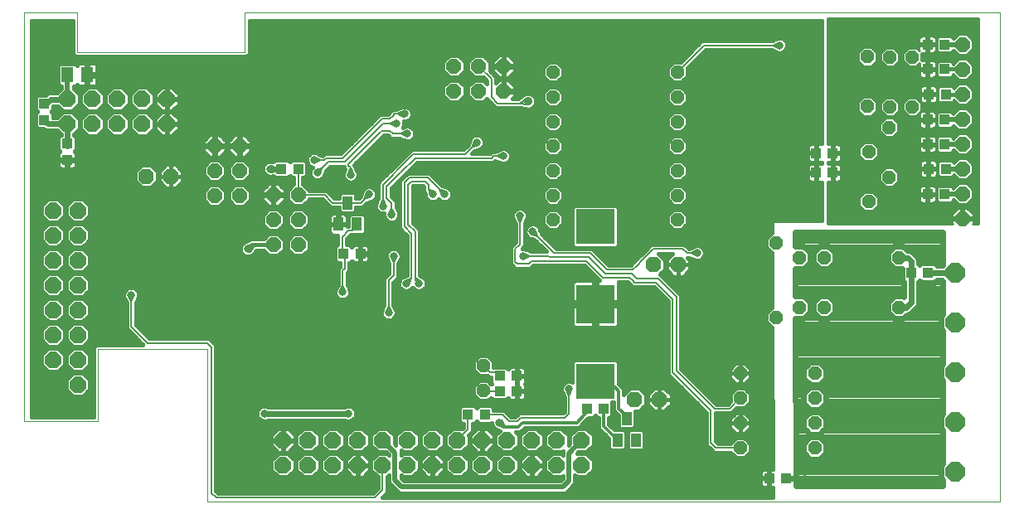
<source format=gbl>
G75*
%MOIN*%
%OFA0B0*%
%FSLAX24Y24*%
%IPPOS*%
%LPD*%
%AMOC8*
5,1,8,0,0,1.08239X$1,22.5*
%
%ADD10C,0.0000*%
%ADD11OC8,0.0787*%
%ADD12OC8,0.0520*%
%ADD13R,0.0394X0.0433*%
%ADD14R,0.0413X0.0425*%
%ADD15R,0.0394X0.0551*%
%ADD16OC8,0.0660*%
%ADD17R,0.0433X0.0394*%
%ADD18OC8,0.0630*%
%ADD19OC8,0.0600*%
%ADD20R,0.1575X0.1575*%
%ADD21R,0.1575X0.1417*%
%ADD22R,0.0512X0.0630*%
%ADD23C,0.0160*%
%ADD24C,0.0317*%
%ADD25C,0.0356*%
%ADD26C,0.0082*%
%ADD27C,0.0240*%
%ADD28C,0.0197*%
%ADD29C,0.0100*%
%ADD30C,0.0118*%
%ADD31C,0.0120*%
D10*
X013330Y005412D02*
X013330Y021869D01*
X015456Y021869D01*
X015456Y020254D01*
X022189Y020254D01*
X022189Y021869D01*
X052543Y021869D01*
X052543Y002183D01*
X020693Y002183D01*
X020693Y008325D01*
X016283Y008325D01*
X016283Y005412D01*
X013330Y005412D01*
D11*
X050742Y005389D03*
X050742Y007389D03*
X050742Y009389D03*
X050742Y011389D03*
X050742Y003389D03*
D12*
X045106Y004345D03*
X045106Y005345D03*
X045106Y006345D03*
X045106Y007345D03*
X042106Y007345D03*
X042106Y006345D03*
X042106Y005345D03*
X042106Y004345D03*
X043551Y009593D03*
X044480Y010002D03*
X045480Y010002D03*
X048480Y010002D03*
X048480Y012002D03*
X045480Y012002D03*
X044480Y012002D03*
X043551Y012593D03*
X047267Y014254D03*
X048094Y015239D03*
X047267Y016254D03*
X048094Y017239D03*
X048122Y018069D03*
X049027Y018069D03*
X047216Y018077D03*
X047216Y020077D03*
X048122Y020069D03*
X049027Y020069D03*
X039571Y019467D03*
X039571Y018443D03*
X039571Y017459D03*
X039571Y016475D03*
X039571Y015491D03*
X039571Y014506D03*
X039571Y013522D03*
X034571Y013522D03*
X034571Y014506D03*
X034571Y015491D03*
X034571Y016475D03*
X034571Y017459D03*
X034571Y018443D03*
X034571Y019467D03*
X031795Y007644D03*
X031795Y006644D03*
D13*
X031834Y005687D03*
X031165Y005687D03*
X035949Y005924D03*
X036618Y005924D03*
X043271Y003128D03*
X043941Y003128D03*
X048980Y011396D03*
X049649Y011396D03*
X045830Y015412D03*
X045161Y015412D03*
X045161Y016199D03*
X045830Y016199D03*
X026834Y012156D03*
X026165Y012156D03*
X024334Y015569D03*
X023665Y015569D03*
D14*
X032435Y007243D03*
X032435Y006632D03*
X033124Y006632D03*
X033124Y007243D03*
X049639Y014550D03*
X050328Y014550D03*
X050368Y015573D03*
X049679Y015573D03*
X049639Y016557D03*
X050328Y016557D03*
X050328Y017542D03*
X049639Y017542D03*
X049679Y018565D03*
X050368Y018565D03*
X050328Y019581D03*
X049639Y019581D03*
X049636Y020569D03*
X050324Y020569D03*
D15*
X026697Y013341D03*
X025949Y013341D03*
X026323Y014207D03*
X037543Y005530D03*
X037917Y004664D03*
X037169Y004664D03*
D16*
X035730Y004650D03*
X034730Y004650D03*
X033730Y004650D03*
X032730Y004650D03*
X031730Y004650D03*
X030730Y004650D03*
X029730Y004650D03*
X028730Y004650D03*
X027730Y004650D03*
X026730Y004650D03*
X025730Y004650D03*
X024730Y004650D03*
X023730Y004650D03*
X023730Y003650D03*
X024730Y003650D03*
X025730Y003650D03*
X026730Y003650D03*
X027730Y003650D03*
X028730Y003650D03*
X029730Y003650D03*
X030730Y003650D03*
X031730Y003650D03*
X032730Y003650D03*
X033730Y003650D03*
X034730Y003650D03*
X035730Y003650D03*
X015480Y006900D03*
X015480Y007900D03*
X014480Y007900D03*
X014480Y008900D03*
X015480Y008900D03*
X015480Y009900D03*
X014480Y009900D03*
X014480Y010900D03*
X015480Y010900D03*
X015480Y011900D03*
X014480Y011900D03*
X014480Y012900D03*
X015480Y012900D03*
X015480Y013900D03*
X014480Y013900D03*
X015063Y017376D03*
X016063Y017376D03*
X017063Y017376D03*
X018063Y017376D03*
X019063Y017376D03*
X019063Y018376D03*
X018063Y018376D03*
X017063Y018376D03*
X016063Y018376D03*
X015063Y018376D03*
D17*
X014130Y018199D03*
X014130Y017530D03*
X015051Y016593D03*
X015051Y015924D03*
D18*
X018224Y015270D03*
X019224Y015270D03*
X037858Y006294D03*
X038858Y006294D03*
X038618Y011711D03*
X039618Y011711D03*
D19*
X051047Y013565D03*
X051047Y014565D03*
X051047Y015565D03*
X051047Y016565D03*
X051047Y017565D03*
X051047Y018565D03*
X051047Y019565D03*
X051047Y020565D03*
X032598Y019691D03*
X031598Y019691D03*
X030598Y019691D03*
X030598Y018691D03*
X031598Y018691D03*
X032598Y018691D03*
X024342Y014522D03*
X023342Y014522D03*
X021980Y014491D03*
X020980Y014491D03*
X020980Y015491D03*
X021980Y015491D03*
X021980Y016491D03*
X020980Y016491D03*
X023342Y013522D03*
X024342Y013522D03*
X024342Y012522D03*
X023342Y012522D03*
D20*
X036283Y010136D03*
D21*
X036283Y013246D03*
X036283Y007026D03*
D22*
X015850Y019349D03*
X015063Y019349D03*
D23*
X014667Y019301D02*
X013606Y019301D01*
X013606Y019143D02*
X014667Y019143D01*
X014667Y018984D02*
X013606Y018984D01*
X013606Y018826D02*
X014824Y018826D01*
X014824Y018803D02*
X014646Y018625D01*
X014342Y018625D01*
X014246Y018585D01*
X014197Y018536D01*
X013855Y018536D01*
X013773Y018454D01*
X013773Y017944D01*
X013853Y017865D01*
X013773Y017785D01*
X013773Y017275D01*
X013855Y017193D01*
X014099Y017193D01*
X014136Y017156D01*
X014231Y017116D01*
X014658Y017116D01*
X014803Y016972D01*
X014803Y016930D01*
X014776Y016930D01*
X014694Y016848D01*
X014694Y016338D01*
X014766Y016266D01*
X014736Y016249D01*
X014706Y016219D01*
X014685Y016182D01*
X014674Y016142D01*
X014674Y015942D01*
X015032Y015942D01*
X015032Y015905D01*
X014674Y015905D01*
X014674Y015706D01*
X014685Y015665D01*
X014706Y015629D01*
X014736Y015599D01*
X014773Y015578D01*
X014813Y015567D01*
X015032Y015567D01*
X015032Y015905D01*
X015069Y015905D01*
X015069Y015567D01*
X015288Y015567D01*
X015329Y015578D01*
X015366Y015599D01*
X015395Y015629D01*
X015416Y015665D01*
X015427Y015706D01*
X015427Y015905D01*
X015069Y015905D01*
X015069Y015942D01*
X015427Y015942D01*
X015427Y016142D01*
X015416Y016182D01*
X015395Y016219D01*
X015366Y016249D01*
X015335Y016266D01*
X015407Y016338D01*
X015407Y016848D01*
X015325Y016930D01*
X015323Y016930D01*
X015323Y016972D01*
X015533Y017182D01*
X015533Y017571D01*
X015257Y017846D01*
X014868Y017846D01*
X014658Y017636D01*
X014486Y017636D01*
X014486Y017785D01*
X014406Y017865D01*
X014486Y017944D01*
X014486Y018090D01*
X014501Y018105D01*
X014670Y018105D01*
X014868Y017906D01*
X015257Y017906D01*
X015533Y018182D01*
X015533Y018571D01*
X015301Y018803D01*
X015301Y018894D01*
X015377Y018894D01*
X015449Y018966D01*
X015466Y018936D01*
X015496Y018906D01*
X015532Y018885D01*
X015573Y018874D01*
X015802Y018874D01*
X015802Y019301D01*
X015898Y019301D01*
X015898Y019397D01*
X015802Y019397D01*
X015802Y019824D01*
X015573Y019824D01*
X015532Y019813D01*
X015496Y019792D01*
X015466Y019762D01*
X015449Y019732D01*
X015377Y019804D01*
X014749Y019804D01*
X014667Y019722D01*
X014667Y018976D01*
X014749Y018894D01*
X014824Y018894D01*
X014824Y018803D01*
X014689Y018667D02*
X013606Y018667D01*
X013606Y018509D02*
X013828Y018509D01*
X013773Y018350D02*
X013606Y018350D01*
X013606Y018192D02*
X013773Y018192D01*
X013773Y018033D02*
X013606Y018033D01*
X013606Y017875D02*
X013842Y017875D01*
X013773Y017716D02*
X013606Y017716D01*
X013606Y017558D02*
X013773Y017558D01*
X013773Y017399D02*
X013606Y017399D01*
X013606Y017241D02*
X013807Y017241D01*
X013606Y017082D02*
X014692Y017082D01*
X014771Y016924D02*
X013606Y016924D01*
X013606Y016765D02*
X014694Y016765D01*
X014694Y016607D02*
X013606Y016607D01*
X013606Y016448D02*
X014694Y016448D01*
X014742Y016290D02*
X013606Y016290D01*
X013606Y016131D02*
X014674Y016131D01*
X014674Y015973D02*
X013606Y015973D01*
X013606Y015814D02*
X014674Y015814D01*
X014690Y015656D02*
X013606Y015656D01*
X013606Y015497D02*
X017808Y015497D01*
X017769Y015459D02*
X017769Y015082D01*
X018036Y014815D01*
X018413Y014815D01*
X018679Y015082D01*
X018679Y015459D01*
X018413Y015725D01*
X018036Y015725D01*
X017769Y015459D01*
X017769Y015339D02*
X013606Y015339D01*
X013606Y015180D02*
X017769Y015180D01*
X017829Y015022D02*
X013606Y015022D01*
X013606Y014863D02*
X017987Y014863D01*
X018461Y014863D02*
X018959Y014863D01*
X019027Y014795D02*
X019224Y014795D01*
X019224Y015270D01*
X018749Y015270D01*
X018749Y015073D01*
X019027Y014795D01*
X019224Y014795D02*
X019224Y015270D01*
X019224Y015270D01*
X019224Y015270D01*
X018749Y015270D01*
X018749Y015467D01*
X019027Y015745D01*
X019224Y015745D01*
X019224Y015270D01*
X019224Y015270D01*
X019224Y015270D01*
X019699Y015270D01*
X019699Y015073D01*
X019421Y014795D01*
X019224Y014795D01*
X019224Y014863D02*
X019224Y014863D01*
X019224Y015022D02*
X019224Y015022D01*
X019224Y015180D02*
X019224Y015180D01*
X019224Y015270D02*
X019699Y015270D01*
X019699Y015467D01*
X019421Y015745D01*
X019224Y015745D01*
X019224Y015270D01*
X019224Y015339D02*
X019224Y015339D01*
X019224Y015497D02*
X019224Y015497D01*
X019224Y015656D02*
X019224Y015656D01*
X018938Y015656D02*
X018482Y015656D01*
X018640Y015497D02*
X018780Y015497D01*
X018749Y015339D02*
X018679Y015339D01*
X018679Y015180D02*
X018749Y015180D01*
X018800Y015022D02*
X018619Y015022D01*
X019489Y014863D02*
X020731Y014863D01*
X020798Y014931D02*
X020540Y014673D01*
X020540Y014308D01*
X020798Y014051D01*
X021162Y014051D01*
X021420Y014308D01*
X021420Y014673D01*
X021162Y014931D01*
X020798Y014931D01*
X020798Y015051D02*
X020540Y015308D01*
X020540Y015673D01*
X020798Y015931D01*
X021162Y015931D01*
X021420Y015673D01*
X021420Y015308D01*
X021162Y015051D01*
X020798Y015051D01*
X020668Y015180D02*
X019699Y015180D01*
X019699Y015339D02*
X020540Y015339D01*
X020540Y015497D02*
X019668Y015497D01*
X019510Y015656D02*
X020540Y015656D01*
X020682Y015814D02*
X015427Y015814D01*
X015411Y015656D02*
X017967Y015656D01*
X019648Y015022D02*
X024161Y015022D01*
X024161Y014962D02*
X024160Y014962D01*
X023902Y014704D01*
X023902Y014340D01*
X024160Y014082D01*
X024524Y014082D01*
X024782Y014340D01*
X024782Y014341D01*
X025326Y014341D01*
X025472Y014195D01*
X025641Y014026D01*
X025986Y014026D01*
X025986Y013874D01*
X026068Y013791D01*
X026577Y013791D01*
X026659Y013874D01*
X026659Y014026D01*
X026925Y014026D01*
X027093Y014194D01*
X027219Y014239D01*
X027241Y014247D01*
X027248Y014247D01*
X027296Y014267D01*
X027360Y014290D01*
X027365Y014299D01*
X027442Y014377D01*
X027487Y014486D01*
X027487Y014605D01*
X027442Y014715D01*
X027358Y014799D01*
X027248Y014844D01*
X027129Y014844D01*
X027020Y014799D01*
X026942Y014722D01*
X026933Y014717D01*
X026910Y014653D01*
X026890Y014605D01*
X026890Y014598D01*
X026882Y014576D01*
X026837Y014450D01*
X026775Y014388D01*
X026659Y014388D01*
X026659Y014541D01*
X026577Y014623D01*
X026068Y014623D01*
X025986Y014541D01*
X025986Y014388D01*
X025791Y014388D01*
X025728Y014451D01*
X025476Y014703D01*
X024782Y014703D01*
X024782Y014704D01*
X024524Y014962D01*
X024523Y014962D01*
X024523Y015206D01*
X024525Y015208D01*
X024525Y015213D01*
X024589Y015213D01*
X024671Y015295D01*
X024671Y015844D01*
X024589Y015926D01*
X024079Y015926D01*
X024000Y015846D01*
X023920Y015926D01*
X023410Y015926D01*
X023330Y015846D01*
X023312Y015851D01*
X023272Y015868D01*
X023256Y015868D01*
X023210Y015881D01*
X023202Y015877D01*
X023185Y015868D01*
X023153Y015868D01*
X023043Y015822D01*
X022959Y015738D01*
X022914Y015629D01*
X022914Y015510D01*
X022959Y015400D01*
X023043Y015316D01*
X023153Y015271D01*
X023185Y015271D01*
X023210Y015257D01*
X023256Y015271D01*
X023272Y015271D01*
X023312Y015288D01*
X023330Y015293D01*
X023410Y015213D01*
X023920Y015213D01*
X024000Y015293D01*
X024079Y015213D01*
X024161Y015213D01*
X024161Y014962D01*
X024061Y014863D02*
X023651Y014863D01*
X023533Y014982D02*
X023362Y014982D01*
X023362Y014542D01*
X023322Y014542D01*
X023322Y014502D01*
X022882Y014502D01*
X022882Y014332D01*
X023152Y014062D01*
X023322Y014062D01*
X023322Y014502D01*
X023362Y014502D01*
X023362Y014062D01*
X023533Y014062D01*
X023802Y014332D01*
X023802Y014502D01*
X023362Y014502D01*
X023362Y014542D01*
X023802Y014542D01*
X023802Y014713D01*
X023533Y014982D01*
X023362Y014863D02*
X023322Y014863D01*
X023322Y014982D02*
X023152Y014982D01*
X022882Y014713D01*
X022882Y014542D01*
X023322Y014542D01*
X023322Y014982D01*
X023322Y014705D02*
X023362Y014705D01*
X023362Y014546D02*
X023322Y014546D01*
X023322Y014388D02*
X023362Y014388D01*
X023362Y014229D02*
X023322Y014229D01*
X023322Y014071D02*
X023362Y014071D01*
X023542Y014071D02*
X025596Y014071D01*
X025438Y014229D02*
X024672Y014229D01*
X024524Y013962D02*
X024160Y013962D01*
X023902Y013704D01*
X023902Y013340D01*
X024160Y013082D01*
X024524Y013082D01*
X024782Y013340D01*
X024782Y013704D01*
X024524Y013962D01*
X024574Y013912D02*
X025986Y013912D01*
X025967Y013777D02*
X025967Y013359D01*
X026305Y013359D01*
X026305Y013638D01*
X026294Y013678D01*
X026273Y013715D01*
X026244Y013745D01*
X026207Y013766D01*
X026166Y013777D01*
X025967Y013777D01*
X025967Y013754D02*
X025930Y013754D01*
X025930Y013777D02*
X025731Y013777D01*
X025690Y013766D01*
X025653Y013745D01*
X025624Y013715D01*
X025603Y013678D01*
X025592Y013638D01*
X025592Y013359D01*
X025930Y013359D01*
X025930Y013323D01*
X025592Y013323D01*
X025592Y013044D01*
X025603Y013004D01*
X025624Y012967D01*
X025653Y012937D01*
X025690Y012916D01*
X025731Y012905D01*
X025925Y012905D01*
X025925Y012512D01*
X025910Y012512D01*
X025828Y012430D01*
X025828Y011881D01*
X025910Y011799D01*
X026023Y011799D01*
X026023Y011628D01*
X025945Y011550D01*
X025945Y010925D01*
X025878Y010783D01*
X025873Y010778D01*
X025853Y010729D01*
X025845Y010713D01*
X025824Y010668D01*
X025824Y010668D01*
X025824Y010668D01*
X025827Y010658D01*
X025827Y010549D01*
X025873Y010440D01*
X025957Y010356D01*
X026066Y010310D01*
X026185Y010310D01*
X026295Y010356D01*
X026379Y010440D01*
X026424Y010549D01*
X026424Y010658D01*
X026428Y010668D01*
X026399Y010729D01*
X026379Y010778D01*
X026373Y010783D01*
X026307Y010925D01*
X026307Y011400D01*
X026385Y011479D01*
X026385Y011799D01*
X026420Y011799D01*
X026492Y011871D01*
X026509Y011841D01*
X026539Y011811D01*
X026576Y011790D01*
X026616Y011779D01*
X026816Y011779D01*
X026816Y012137D01*
X026853Y012137D01*
X026853Y011779D01*
X027052Y011779D01*
X027093Y011790D01*
X027129Y011811D01*
X027159Y011841D01*
X027180Y011878D01*
X027191Y011918D01*
X027191Y012137D01*
X026853Y012137D01*
X026853Y012174D01*
X027191Y012174D01*
X027191Y012394D01*
X027180Y012434D01*
X027159Y012471D01*
X027129Y012500D01*
X027093Y012522D01*
X027052Y012532D01*
X026853Y012532D01*
X026853Y012174D01*
X026816Y012174D01*
X026816Y012532D01*
X026616Y012532D01*
X026576Y012522D01*
X026539Y012500D01*
X026509Y012471D01*
X026492Y012440D01*
X026420Y012512D01*
X026287Y012512D01*
X026287Y012758D01*
X026437Y012908D01*
X026594Y012908D01*
X026612Y012925D01*
X026951Y012925D01*
X027033Y013007D01*
X027033Y013675D01*
X026951Y013757D01*
X026442Y013757D01*
X026360Y013675D01*
X026360Y013270D01*
X026305Y013270D01*
X026305Y013323D01*
X025967Y013323D01*
X025967Y013359D01*
X025930Y013359D01*
X025930Y013777D01*
X025930Y013595D02*
X025967Y013595D01*
X025967Y013437D02*
X025930Y013437D01*
X025592Y013437D02*
X024782Y013437D01*
X024782Y013595D02*
X025592Y013595D01*
X025670Y013754D02*
X024733Y013754D01*
X024721Y013278D02*
X025592Y013278D01*
X025592Y013120D02*
X024562Y013120D01*
X024524Y012962D02*
X024160Y012962D01*
X023902Y012704D01*
X023902Y012340D01*
X024160Y012082D01*
X024524Y012082D01*
X024782Y012340D01*
X024782Y012704D01*
X024524Y012962D01*
X024525Y012961D02*
X025629Y012961D01*
X025925Y012803D02*
X024684Y012803D01*
X024782Y012644D02*
X025925Y012644D01*
X025884Y012486D02*
X024782Y012486D01*
X024770Y012327D02*
X025828Y012327D01*
X025828Y012169D02*
X024611Y012169D01*
X024073Y012169D02*
X023611Y012169D01*
X023524Y012082D02*
X023782Y012340D01*
X023782Y012704D01*
X023524Y012962D01*
X023160Y012962D01*
X022940Y012742D01*
X022578Y012742D01*
X022555Y012757D01*
X022530Y012751D01*
X022506Y012760D01*
X022467Y012742D01*
X022389Y012742D01*
X022387Y012740D01*
X022384Y012740D01*
X022323Y012677D01*
X022266Y012650D01*
X022266Y012650D01*
X022188Y012615D01*
X022138Y012594D01*
X022134Y012590D01*
X022100Y012575D01*
X022098Y012570D01*
X022089Y012545D01*
X022054Y012510D01*
X022008Y012400D01*
X022008Y012282D01*
X022054Y012172D01*
X022138Y012088D01*
X022247Y012043D01*
X022366Y012043D01*
X022476Y012088D01*
X022487Y012099D01*
X022510Y012104D01*
X022534Y012142D01*
X022541Y012153D01*
X022560Y012172D01*
X022573Y012203D01*
X022635Y012302D01*
X022940Y012302D01*
X023160Y012082D01*
X023524Y012082D01*
X023770Y012327D02*
X023915Y012327D01*
X023902Y012486D02*
X023782Y012486D01*
X023782Y012644D02*
X023902Y012644D01*
X024001Y012803D02*
X023684Y012803D01*
X023525Y012961D02*
X024159Y012961D01*
X024122Y013120D02*
X023562Y013120D01*
X023524Y013082D02*
X023782Y013340D01*
X023782Y013704D01*
X023524Y013962D01*
X023160Y013962D01*
X022902Y013704D01*
X022902Y013340D01*
X023160Y013082D01*
X023524Y013082D01*
X023721Y013278D02*
X023964Y013278D01*
X023902Y013437D02*
X023782Y013437D01*
X023782Y013595D02*
X023902Y013595D01*
X023952Y013754D02*
X023733Y013754D01*
X023574Y013912D02*
X024110Y013912D01*
X024013Y014229D02*
X023700Y014229D01*
X023802Y014388D02*
X023902Y014388D01*
X023902Y014546D02*
X023802Y014546D01*
X023802Y014705D02*
X023903Y014705D01*
X023033Y014863D02*
X022229Y014863D01*
X022162Y014931D02*
X021798Y014931D01*
X021540Y014673D01*
X021540Y014308D01*
X021798Y014051D01*
X022162Y014051D01*
X022420Y014308D01*
X022420Y014673D01*
X022162Y014931D01*
X022162Y015051D02*
X021798Y015051D01*
X021540Y015308D01*
X021540Y015673D01*
X021798Y015931D01*
X022162Y015931D01*
X022420Y015673D01*
X022420Y015308D01*
X022162Y015051D01*
X022292Y015180D02*
X024161Y015180D01*
X024523Y015180D02*
X024911Y015180D01*
X024933Y015159D02*
X025043Y015113D01*
X025161Y015113D01*
X025271Y015159D01*
X025348Y015236D01*
X025358Y015240D01*
X025377Y015294D01*
X025380Y015304D01*
X025400Y015352D01*
X025400Y015360D01*
X025408Y015381D01*
X025454Y015507D01*
X025610Y015664D01*
X026181Y015664D01*
X026181Y015612D01*
X026223Y015571D01*
X026193Y015507D01*
X026188Y015502D01*
X026168Y015454D01*
X026160Y015437D01*
X026139Y015392D01*
X026142Y015383D01*
X026142Y015274D01*
X026188Y015164D01*
X026272Y015080D01*
X026381Y015035D01*
X026500Y015035D01*
X026610Y015080D01*
X026694Y015164D01*
X026739Y015274D01*
X026739Y015383D01*
X026743Y015392D01*
X026714Y015454D01*
X026694Y015502D01*
X026688Y015507D01*
X026622Y015649D01*
X026622Y015684D01*
X026597Y015708D01*
X026587Y015736D01*
X027657Y016806D01*
X027736Y016884D01*
X027775Y016924D01*
X027940Y016924D01*
X027953Y016912D01*
X028059Y016806D01*
X028408Y016806D01*
X028550Y016739D01*
X028555Y016734D01*
X028603Y016714D01*
X028665Y016685D01*
X028674Y016688D01*
X028783Y016688D01*
X028893Y016734D01*
X028977Y016818D01*
X029023Y016927D01*
X029023Y017046D01*
X028977Y017156D01*
X028893Y017240D01*
X028783Y017285D01*
X028674Y017285D01*
X028665Y017289D01*
X028665Y017289D01*
X028630Y017272D01*
X028603Y017260D01*
X028556Y017240D01*
X028589Y017321D01*
X028589Y017440D01*
X028575Y017476D01*
X028665Y017476D01*
X028775Y017521D01*
X028859Y017605D01*
X028904Y017715D01*
X028904Y017833D01*
X028859Y017943D01*
X028775Y018027D01*
X028665Y018072D01*
X028556Y018072D01*
X028547Y018076D01*
X028547Y018076D01*
X028547Y018076D01*
X028512Y018060D01*
X028485Y018047D01*
X028437Y018027D01*
X028432Y018022D01*
X028290Y017955D01*
X028137Y017955D01*
X028031Y017849D01*
X027953Y017770D01*
X027940Y017758D01*
X027626Y017758D01*
X027520Y017652D01*
X026051Y016183D01*
X025381Y016183D01*
X025303Y016105D01*
X025300Y016105D01*
X025158Y016171D01*
X025153Y016177D01*
X025105Y016197D01*
X025043Y016226D01*
X025034Y016222D01*
X024925Y016222D01*
X024815Y016177D01*
X024731Y016093D01*
X024686Y015983D01*
X024686Y015864D01*
X024731Y015755D01*
X024815Y015671D01*
X024903Y015634D01*
X024849Y015581D01*
X024804Y015471D01*
X024804Y015352D01*
X024849Y015243D01*
X024933Y015159D01*
X024809Y015339D02*
X024671Y015339D01*
X024671Y015497D02*
X024815Y015497D01*
X024850Y015656D02*
X024671Y015656D01*
X024671Y015814D02*
X024706Y015814D01*
X024686Y015973D02*
X015427Y015973D01*
X015427Y016131D02*
X020689Y016131D01*
X020789Y016031D02*
X020520Y016300D01*
X020520Y016471D01*
X020960Y016471D01*
X020960Y016511D01*
X020960Y016951D01*
X020789Y016951D01*
X020520Y016681D01*
X020520Y016511D01*
X020960Y016511D01*
X021000Y016511D01*
X021000Y016951D01*
X021171Y016951D01*
X021440Y016681D01*
X021440Y016511D01*
X021000Y016511D01*
X021000Y016471D01*
X021440Y016471D01*
X021440Y016300D01*
X021171Y016031D01*
X021000Y016031D01*
X021000Y016471D01*
X020960Y016471D01*
X020960Y016031D01*
X020789Y016031D01*
X020960Y016131D02*
X021000Y016131D01*
X021000Y016290D02*
X020960Y016290D01*
X020960Y016448D02*
X021000Y016448D01*
X021000Y016607D02*
X020960Y016607D01*
X020960Y016765D02*
X021000Y016765D01*
X021000Y016924D02*
X020960Y016924D01*
X020763Y016924D02*
X019303Y016924D01*
X019266Y016886D02*
X019553Y017173D01*
X019553Y017358D01*
X019081Y017358D01*
X019081Y016886D01*
X019266Y016886D01*
X019081Y016924D02*
X019044Y016924D01*
X019044Y016886D02*
X019044Y017358D01*
X018573Y017358D01*
X018573Y017173D01*
X018860Y016886D01*
X019044Y016886D01*
X019044Y017082D02*
X019081Y017082D01*
X019081Y017241D02*
X019044Y017241D01*
X019044Y017358D02*
X019081Y017358D01*
X019081Y017395D01*
X019044Y017395D01*
X019044Y017358D01*
X019044Y017395D02*
X018573Y017395D01*
X018573Y017579D01*
X018860Y017866D01*
X019044Y017866D01*
X019044Y017395D01*
X019044Y017399D02*
X019081Y017399D01*
X019081Y017395D02*
X019081Y017866D01*
X019266Y017866D01*
X019553Y017579D01*
X019553Y017395D01*
X019081Y017395D01*
X019081Y017558D02*
X019044Y017558D01*
X019044Y017716D02*
X019081Y017716D01*
X019081Y017886D02*
X019266Y017886D01*
X019553Y018173D01*
X019553Y018358D01*
X019081Y018358D01*
X019081Y017886D01*
X019044Y017886D02*
X019044Y018358D01*
X018573Y018358D01*
X018573Y018173D01*
X018860Y017886D01*
X019044Y017886D01*
X019044Y018033D02*
X019081Y018033D01*
X019081Y018192D02*
X019044Y018192D01*
X019044Y018350D02*
X019081Y018350D01*
X019081Y018358D02*
X019044Y018358D01*
X019044Y018395D01*
X018573Y018395D01*
X018573Y018579D01*
X018860Y018866D01*
X019044Y018866D01*
X019044Y018395D01*
X019081Y018395D01*
X019081Y018866D01*
X019266Y018866D01*
X019553Y018579D01*
X019553Y018395D01*
X019081Y018395D01*
X019081Y018358D01*
X019081Y018509D02*
X019044Y018509D01*
X019044Y018667D02*
X019081Y018667D01*
X019081Y018826D02*
X019044Y018826D01*
X018819Y018826D02*
X018278Y018826D01*
X018257Y018846D02*
X017868Y018846D01*
X017593Y018571D01*
X017593Y018182D01*
X017868Y017906D01*
X018257Y017906D01*
X018533Y018182D01*
X018533Y018571D01*
X018257Y018846D01*
X018436Y018667D02*
X018661Y018667D01*
X018573Y018509D02*
X018533Y018509D01*
X018533Y018350D02*
X018573Y018350D01*
X018573Y018192D02*
X018533Y018192D01*
X018384Y018033D02*
X018713Y018033D01*
X018710Y017716D02*
X018387Y017716D01*
X018257Y017846D02*
X017868Y017846D01*
X017593Y017571D01*
X017593Y017182D01*
X017868Y016906D01*
X018257Y016906D01*
X018533Y017182D01*
X018533Y017571D01*
X018257Y017846D01*
X018533Y017558D02*
X018573Y017558D01*
X018573Y017399D02*
X018533Y017399D01*
X018533Y017241D02*
X018573Y017241D01*
X018664Y017082D02*
X018433Y017082D01*
X018275Y016924D02*
X018822Y016924D01*
X019462Y017082D02*
X026950Y017082D01*
X026791Y016924D02*
X022197Y016924D01*
X022171Y016951D02*
X022000Y016951D01*
X022000Y016511D01*
X021960Y016511D01*
X021960Y016951D01*
X021789Y016951D01*
X021520Y016681D01*
X021520Y016511D01*
X021960Y016511D01*
X021960Y016471D01*
X021520Y016471D01*
X021520Y016300D01*
X021789Y016031D01*
X021960Y016031D01*
X021960Y016471D01*
X022000Y016471D01*
X022000Y016511D01*
X022440Y016511D01*
X022440Y016681D01*
X022171Y016951D01*
X022000Y016924D02*
X021960Y016924D01*
X021960Y016765D02*
X022000Y016765D01*
X022000Y016607D02*
X021960Y016607D01*
X022000Y016471D02*
X022440Y016471D01*
X022440Y016300D01*
X022171Y016031D01*
X022000Y016031D01*
X022000Y016471D01*
X022000Y016448D02*
X021960Y016448D01*
X021960Y016290D02*
X022000Y016290D01*
X022000Y016131D02*
X021960Y016131D01*
X021689Y016131D02*
X021271Y016131D01*
X021430Y016290D02*
X021530Y016290D01*
X021520Y016448D02*
X021440Y016448D01*
X021440Y016607D02*
X021520Y016607D01*
X021604Y016765D02*
X021356Y016765D01*
X021197Y016924D02*
X021763Y016924D01*
X022356Y016765D02*
X026633Y016765D01*
X026474Y016607D02*
X022440Y016607D01*
X022440Y016448D02*
X026316Y016448D01*
X026157Y016290D02*
X022430Y016290D01*
X022271Y016131D02*
X024770Y016131D01*
X025243Y016131D02*
X025330Y016131D01*
X025602Y015656D02*
X026181Y015656D01*
X026186Y015497D02*
X025450Y015497D01*
X025408Y015381D02*
X025408Y015381D01*
X025395Y015339D02*
X026142Y015339D01*
X026139Y015392D02*
X026139Y015392D01*
X026181Y015180D02*
X025293Y015180D01*
X025358Y015240D02*
X025358Y015240D01*
X025358Y015240D01*
X024623Y014863D02*
X027559Y014863D01*
X027559Y015014D02*
X027559Y014389D01*
X027492Y014247D01*
X027487Y014242D01*
X027467Y014194D01*
X027459Y014177D01*
X027438Y014133D01*
X027438Y014133D01*
X027438Y014133D01*
X027441Y014123D01*
X027441Y014014D01*
X027487Y013904D01*
X027571Y013820D01*
X027680Y013775D01*
X027794Y013775D01*
X027796Y013769D01*
X027796Y013660D01*
X027841Y013550D01*
X027925Y013466D01*
X028035Y013420D01*
X028154Y013420D01*
X028263Y013466D01*
X028347Y013550D01*
X028393Y013660D01*
X028393Y013769D01*
X028396Y013778D01*
X028367Y013840D01*
X028347Y013888D01*
X028342Y013893D01*
X028275Y014035D01*
X028275Y014266D01*
X028078Y014463D01*
X028078Y014786D01*
X028523Y015231D01*
X029114Y015821D01*
X032185Y015821D01*
X032264Y015900D01*
X032266Y015900D01*
X032408Y015833D01*
X032413Y015828D01*
X032462Y015808D01*
X032523Y015779D01*
X032533Y015783D01*
X032642Y015783D01*
X032751Y015828D01*
X032835Y015912D01*
X032881Y016022D01*
X032881Y016140D01*
X032835Y016250D01*
X032751Y016334D01*
X032642Y016380D01*
X032533Y016380D01*
X032523Y016383D01*
X032523Y016383D01*
X032523Y016383D01*
X032488Y016367D01*
X032462Y016354D01*
X032413Y016334D01*
X032408Y016329D01*
X032266Y016262D01*
X032114Y016262D01*
X032035Y016183D01*
X031326Y016183D01*
X031424Y016281D01*
X031550Y016326D01*
X031571Y016334D01*
X031579Y016334D01*
X031627Y016354D01*
X031691Y016377D01*
X031695Y016386D01*
X031772Y016463D01*
X031818Y016573D01*
X031818Y016692D01*
X031772Y016801D01*
X031688Y016885D01*
X031579Y016931D01*
X031460Y016931D01*
X031350Y016885D01*
X031273Y016808D01*
X031264Y016804D01*
X031241Y016740D01*
X031221Y016692D01*
X031221Y016684D01*
X031213Y016663D01*
X031168Y016537D01*
X030972Y016341D01*
X028885Y016341D01*
X028779Y016235D01*
X028543Y015999D01*
X027559Y015014D01*
X027567Y015022D02*
X024523Y015022D01*
X024782Y014705D02*
X026929Y014705D01*
X026872Y014546D02*
X026654Y014546D01*
X027191Y014229D02*
X027482Y014229D01*
X027446Y014388D02*
X027558Y014388D01*
X027559Y014546D02*
X027487Y014546D01*
X027446Y014705D02*
X027559Y014705D01*
X028078Y014705D02*
X028425Y014705D01*
X028425Y014863D02*
X028156Y014863D01*
X028315Y015022D02*
X028425Y015022D01*
X028425Y015093D02*
X028425Y013172D01*
X028531Y013066D01*
X028701Y012896D01*
X028701Y011286D01*
X028654Y011269D01*
X028633Y011261D01*
X028625Y011261D01*
X028577Y011241D01*
X028567Y011238D01*
X028513Y011218D01*
X028354Y011218D01*
X028354Y011203D02*
X028354Y011749D01*
X028421Y011891D01*
X028426Y011896D01*
X028446Y011945D01*
X028458Y011971D01*
X028475Y012006D01*
X028471Y012016D01*
X028471Y012125D01*
X028426Y012234D01*
X028342Y012318D01*
X028232Y012364D01*
X028114Y012364D01*
X028004Y012318D01*
X027920Y012234D01*
X027874Y012125D01*
X027874Y012016D01*
X027871Y012006D01*
X027900Y011945D01*
X027920Y011896D01*
X027925Y011891D01*
X027992Y011749D01*
X027992Y011353D01*
X027795Y011156D01*
X027795Y010098D01*
X027728Y009956D01*
X027723Y009951D01*
X027703Y009903D01*
X027695Y009886D01*
X027674Y009841D01*
X027678Y009832D01*
X027678Y009723D01*
X027723Y009613D01*
X027807Y009529D01*
X027917Y009483D01*
X028035Y009483D01*
X028145Y009529D01*
X028229Y009613D01*
X028274Y009723D01*
X028274Y009832D01*
X028278Y009841D01*
X028249Y009903D01*
X028229Y009951D01*
X028224Y009956D01*
X028157Y010098D01*
X028157Y011006D01*
X028248Y011097D01*
X028354Y011203D01*
X028432Y011132D02*
X028509Y011209D01*
X028513Y011218D01*
X028513Y011218D01*
X028513Y011218D01*
X028432Y011132D02*
X028386Y011022D01*
X028386Y010904D01*
X028432Y010794D01*
X028516Y010710D01*
X028625Y010665D01*
X028744Y010665D01*
X028854Y010710D01*
X028931Y010787D01*
X028940Y010792D01*
X028942Y010797D01*
X028944Y010794D01*
X029027Y010710D01*
X029137Y010665D01*
X029256Y010665D01*
X029366Y010710D01*
X029450Y010794D01*
X029495Y010904D01*
X029495Y011022D01*
X029450Y011132D01*
X029415Y011166D01*
X029410Y011184D01*
X029410Y011184D01*
X029410Y011184D01*
X029380Y011202D01*
X029380Y011202D01*
X029366Y011216D01*
X029329Y011231D01*
X029220Y011294D01*
X029220Y013125D01*
X028944Y013400D01*
X028944Y014864D01*
X028957Y014877D01*
X029358Y014877D01*
X029390Y014845D01*
X029390Y014806D01*
X029376Y014783D01*
X029379Y014774D01*
X029375Y014765D01*
X029390Y014724D01*
X029390Y014648D01*
X029420Y014617D01*
X029449Y014507D01*
X029449Y014486D01*
X029464Y014450D01*
X029478Y014397D01*
X029489Y014391D01*
X029495Y014377D01*
X029579Y014293D01*
X029688Y014247D01*
X029807Y014247D01*
X029917Y014293D01*
X029984Y014360D01*
X030051Y014293D01*
X030161Y014247D01*
X030280Y014247D01*
X030389Y014293D01*
X030473Y014377D01*
X030519Y014486D01*
X030519Y014605D01*
X030473Y014715D01*
X030396Y014792D01*
X030392Y014801D01*
X030328Y014824D01*
X030280Y014844D01*
X030272Y014844D01*
X030251Y014852D01*
X030125Y014897D01*
X029626Y015396D01*
X028728Y015396D01*
X028622Y015290D01*
X028425Y015093D01*
X028473Y015180D02*
X028512Y015180D01*
X028632Y015339D02*
X028671Y015339D01*
X028790Y015497D02*
X034171Y015497D01*
X034171Y015339D02*
X029683Y015339D01*
X029841Y015180D02*
X034315Y015180D01*
X034405Y015091D02*
X034736Y015091D01*
X034971Y015325D01*
X034971Y015656D01*
X039171Y015656D01*
X039171Y015325D01*
X039405Y015091D01*
X039736Y015091D01*
X039971Y015325D01*
X039971Y015656D01*
X044806Y015656D01*
X044804Y015649D02*
X044804Y015430D01*
X045143Y015430D01*
X045143Y015393D01*
X045180Y015393D01*
X045180Y015035D01*
X045378Y015035D01*
X045378Y013483D01*
X043370Y013483D01*
X043372Y012979D01*
X043151Y012759D01*
X043151Y012427D01*
X043374Y012204D01*
X043382Y009990D01*
X043151Y009759D01*
X043151Y009427D01*
X043385Y009193D01*
X043405Y003505D01*
X043290Y003505D01*
X043290Y003147D01*
X043253Y003147D01*
X043253Y003505D01*
X043053Y003505D01*
X043013Y003494D01*
X042976Y003473D01*
X042946Y003443D01*
X042925Y003407D01*
X042914Y003366D01*
X042914Y003147D01*
X043253Y003147D01*
X043253Y003110D01*
X043290Y003110D01*
X043290Y002752D01*
X043408Y002752D01*
X043409Y002363D01*
X027703Y002363D01*
X027911Y002571D01*
X027911Y003180D01*
X027925Y003180D01*
X027994Y003249D01*
X027994Y003054D01*
X027990Y002960D01*
X027994Y002956D01*
X027994Y002951D01*
X028060Y002884D01*
X028249Y002680D01*
X028249Y002675D01*
X028316Y002609D01*
X028380Y002539D01*
X028385Y002539D01*
X028389Y002536D01*
X028483Y002536D01*
X028578Y002532D01*
X028581Y002536D01*
X035083Y002536D01*
X035319Y002772D01*
X035459Y002911D01*
X035459Y003257D01*
X035535Y003180D01*
X035925Y003180D01*
X036200Y003455D01*
X036200Y003845D01*
X035925Y004120D01*
X035537Y004120D01*
X035597Y004180D01*
X035925Y004180D01*
X036200Y004455D01*
X036200Y004845D01*
X035925Y005120D01*
X035535Y005120D01*
X035260Y004845D01*
X035260Y004517D01*
X035200Y004457D01*
X035200Y004845D01*
X034925Y005120D01*
X034535Y005120D01*
X034260Y004845D01*
X034260Y004455D01*
X034535Y004180D01*
X034925Y004180D01*
X034982Y004237D01*
X034982Y004063D01*
X034925Y004120D01*
X034535Y004120D01*
X034260Y003845D01*
X034260Y003455D01*
X034535Y003180D01*
X034925Y003180D01*
X034982Y003237D01*
X034982Y003109D01*
X034885Y003012D01*
X028592Y003012D01*
X028470Y003143D01*
X028470Y003245D01*
X028535Y003180D01*
X028925Y003180D01*
X029200Y003455D01*
X029200Y003845D01*
X028925Y004120D01*
X028535Y004120D01*
X028470Y004055D01*
X028470Y004072D01*
X028472Y004074D01*
X028470Y004170D01*
X028470Y004245D01*
X028535Y004180D01*
X028925Y004180D01*
X029200Y004455D01*
X029200Y004845D01*
X028925Y005120D01*
X028535Y005120D01*
X028260Y004845D01*
X028260Y004471D01*
X028200Y004529D01*
X028200Y004845D01*
X027925Y005120D01*
X027535Y005120D01*
X027260Y004845D01*
X027260Y004455D01*
X027535Y004180D01*
X027875Y004180D01*
X027994Y004066D01*
X027994Y004051D01*
X027925Y004120D01*
X027535Y004120D01*
X027260Y003845D01*
X027260Y003455D01*
X027535Y003180D01*
X027549Y003180D01*
X027549Y002721D01*
X027350Y002522D01*
X021122Y002522D01*
X021031Y002613D01*
X021031Y008479D01*
X020874Y008636D01*
X020768Y008742D01*
X018366Y008742D01*
X017842Y009266D01*
X017803Y009306D01*
X017803Y010174D01*
X017870Y010316D01*
X017875Y010322D01*
X017895Y010370D01*
X017907Y010396D01*
X017924Y010431D01*
X017920Y010441D01*
X017920Y010550D01*
X017875Y010660D01*
X017791Y010744D01*
X017681Y010789D01*
X017562Y010789D01*
X017453Y010744D01*
X017369Y010660D01*
X017323Y010550D01*
X017323Y010441D01*
X017320Y010431D01*
X017349Y010370D01*
X017369Y010322D01*
X017374Y010316D01*
X017441Y010174D01*
X017441Y009156D01*
X017547Y009050D01*
X017586Y009010D01*
X018091Y008505D01*
X016209Y008505D01*
X016103Y008400D01*
X016103Y005592D01*
X013606Y005592D01*
X013606Y021514D01*
X015276Y021514D01*
X015276Y020180D01*
X015382Y020074D01*
X022263Y020074D01*
X022369Y020180D01*
X022369Y021514D01*
X045378Y021514D01*
X045378Y016576D01*
X045180Y016576D01*
X045180Y016218D01*
X045143Y016218D01*
X045143Y016576D01*
X044943Y016576D01*
X044902Y016565D01*
X044866Y016544D01*
X044836Y016514D01*
X044815Y016478D01*
X044804Y016437D01*
X044804Y016218D01*
X045143Y016218D01*
X045143Y016181D01*
X045180Y016181D01*
X045180Y015823D01*
X045378Y015823D01*
X045378Y015788D01*
X045180Y015788D01*
X045180Y015430D01*
X045143Y015430D01*
X045143Y015788D01*
X044943Y015788D01*
X044902Y015777D01*
X044866Y015756D01*
X044836Y015727D01*
X044815Y015690D01*
X044804Y015649D01*
X044804Y015497D02*
X039971Y015497D01*
X039971Y015339D02*
X044804Y015339D01*
X044804Y015393D02*
X044804Y015174D01*
X044815Y015134D01*
X044836Y015097D01*
X044866Y015067D01*
X044902Y015046D01*
X044943Y015035D01*
X045143Y015035D01*
X045143Y015393D01*
X044804Y015393D01*
X044804Y015180D02*
X039826Y015180D01*
X039736Y014906D02*
X039405Y014906D01*
X039171Y014672D01*
X039171Y014341D01*
X039405Y014106D01*
X039736Y014106D01*
X039971Y014341D01*
X039971Y014672D01*
X039736Y014906D01*
X039779Y014863D02*
X045378Y014863D01*
X045378Y014705D02*
X039938Y014705D01*
X039971Y014546D02*
X045378Y014546D01*
X045378Y014388D02*
X039971Y014388D01*
X039859Y014229D02*
X045378Y014229D01*
X045378Y014071D02*
X037153Y014071D01*
X037129Y014095D02*
X035438Y014095D01*
X035356Y014013D01*
X035356Y012480D01*
X035438Y012398D01*
X037129Y012398D01*
X037211Y012480D01*
X037211Y014013D01*
X037129Y014095D01*
X037211Y013912D02*
X039395Y013912D01*
X039405Y013922D02*
X039171Y013688D01*
X039171Y013356D01*
X039405Y013122D01*
X039736Y013122D01*
X039971Y013356D01*
X039971Y013688D01*
X039736Y013922D01*
X039405Y013922D01*
X039237Y013754D02*
X037211Y013754D01*
X037211Y013595D02*
X039171Y013595D01*
X039171Y013437D02*
X037211Y013437D01*
X037211Y013278D02*
X039248Y013278D01*
X039893Y013278D02*
X043370Y013278D01*
X043371Y013120D02*
X037211Y013120D01*
X037211Y012961D02*
X043354Y012961D01*
X043195Y012803D02*
X037211Y012803D01*
X037211Y012644D02*
X043151Y012644D01*
X043151Y012486D02*
X039898Y012486D01*
X039908Y012476D02*
X039862Y012522D01*
X039851Y012522D01*
X039842Y012529D01*
X039777Y012522D01*
X038531Y012522D01*
X038268Y012258D01*
X037992Y011983D01*
X037756Y011747D01*
X037704Y011695D01*
X036831Y011695D01*
X036161Y012364D01*
X034705Y012364D01*
X034115Y012954D01*
X034070Y013080D01*
X034062Y013102D01*
X034062Y013109D01*
X034042Y013157D01*
X034019Y013221D01*
X034010Y013225D01*
X033933Y013303D01*
X033823Y013348D01*
X033704Y013348D01*
X033594Y013303D01*
X033510Y013219D01*
X033465Y013109D01*
X033465Y012990D01*
X033510Y012881D01*
X033588Y012803D01*
X033433Y012803D01*
X033588Y012803D02*
X033592Y012794D01*
X033650Y012773D01*
X033656Y012771D01*
X033704Y012751D01*
X033711Y012751D01*
X033733Y012743D01*
X033733Y012743D01*
X033859Y012698D01*
X034311Y012246D01*
X033686Y012246D01*
X033544Y012313D01*
X033539Y012318D01*
X033491Y012338D01*
X033429Y012367D01*
X033420Y012364D01*
X033334Y012364D01*
X033393Y012423D01*
X033433Y012463D01*
X033433Y013363D01*
X033499Y013505D01*
X033505Y013510D01*
X033525Y013559D01*
X033537Y013585D01*
X033554Y013620D01*
X033550Y013630D01*
X033550Y013739D01*
X033505Y013849D01*
X033421Y013933D01*
X033311Y013978D01*
X033192Y013978D01*
X033083Y013933D01*
X032999Y013849D01*
X032953Y013739D01*
X032953Y013630D01*
X032950Y013620D01*
X032979Y013559D01*
X032999Y013510D01*
X033004Y013505D01*
X033071Y013363D01*
X033071Y012613D01*
X032980Y012522D01*
X032874Y012416D01*
X032874Y011754D01*
X032953Y011675D01*
X033059Y011569D01*
X033681Y011569D01*
X033760Y011648D01*
X033799Y011688D01*
X035854Y011688D01*
X036181Y011360D01*
X036417Y011124D01*
X036458Y011084D01*
X036363Y011084D01*
X036363Y010216D01*
X037231Y010216D01*
X037231Y010945D01*
X037220Y010985D01*
X037201Y011018D01*
X037586Y011018D01*
X037598Y011006D01*
X037677Y010927D01*
X037783Y010821D01*
X038649Y010821D01*
X038885Y010585D01*
X038885Y010585D01*
X039212Y010258D01*
X039212Y007305D01*
X039318Y007199D01*
X040748Y005770D01*
X040748Y004471D01*
X040945Y004274D01*
X041051Y004168D01*
X041717Y004168D01*
X041940Y003945D01*
X042272Y003945D01*
X042506Y004179D01*
X042506Y004511D01*
X042272Y004745D01*
X041940Y004745D01*
X041725Y004530D01*
X041201Y004530D01*
X041110Y004621D01*
X041110Y005743D01*
X041752Y005743D01*
X041858Y005849D01*
X041954Y005945D01*
X042272Y005945D01*
X042506Y006179D01*
X042506Y006511D01*
X042272Y006745D01*
X041940Y006745D01*
X041706Y006511D01*
X041706Y006209D01*
X041602Y006105D01*
X041161Y006105D01*
X039732Y007534D01*
X039732Y010487D01*
X039626Y010593D01*
X039114Y011105D01*
X038884Y011334D01*
X039073Y011523D01*
X039073Y011899D01*
X038812Y012160D01*
X039395Y012160D01*
X039143Y011908D01*
X039143Y011711D01*
X039143Y011514D01*
X039421Y011236D01*
X039618Y011236D01*
X039815Y011236D01*
X040093Y011514D01*
X040093Y011711D01*
X040093Y011908D01*
X039998Y012003D01*
X040062Y012003D01*
X040203Y011936D01*
X040209Y011930D01*
X040257Y011910D01*
X040318Y011882D01*
X040328Y011885D01*
X040437Y011885D01*
X040547Y011930D01*
X040631Y012014D01*
X040676Y012124D01*
X040676Y012243D01*
X040631Y012353D01*
X040547Y012436D01*
X040437Y012482D01*
X040328Y012482D01*
X040318Y012485D01*
X040283Y012469D01*
X040257Y012456D01*
X040209Y012436D01*
X040203Y012431D01*
X040062Y012364D01*
X040047Y012364D01*
X039908Y012476D01*
X040318Y012485D02*
X040318Y012485D01*
X040318Y012485D01*
X040641Y012327D02*
X043251Y012327D01*
X043374Y012169D02*
X040676Y012169D01*
X040627Y012010D02*
X043375Y012010D01*
X043376Y011852D02*
X040093Y011852D01*
X040093Y011711D02*
X039618Y011711D01*
X039618Y011711D01*
X040093Y011711D01*
X040093Y011693D02*
X043376Y011693D01*
X043377Y011535D02*
X040093Y011535D01*
X039955Y011376D02*
X043377Y011376D01*
X043378Y011218D02*
X039001Y011218D01*
X039114Y011105D02*
X039114Y011105D01*
X039159Y011059D02*
X043378Y011059D01*
X043379Y010901D02*
X039318Y010901D01*
X039476Y010742D02*
X043379Y010742D01*
X043380Y010584D02*
X039635Y010584D01*
X039732Y010425D02*
X043381Y010425D01*
X043381Y010267D02*
X039732Y010267D01*
X039732Y010108D02*
X043382Y010108D01*
X043342Y009950D02*
X039732Y009950D01*
X039732Y009791D02*
X043184Y009791D01*
X043151Y009633D02*
X039732Y009633D01*
X039732Y009474D02*
X043151Y009474D01*
X043262Y009316D02*
X039732Y009316D01*
X039732Y009157D02*
X043385Y009157D01*
X043386Y008999D02*
X039732Y008999D01*
X039732Y008840D02*
X043386Y008840D01*
X043387Y008682D02*
X039732Y008682D01*
X039732Y008523D02*
X043387Y008523D01*
X043388Y008365D02*
X039732Y008365D01*
X039732Y008206D02*
X043388Y008206D01*
X043389Y008048D02*
X039732Y008048D01*
X039732Y007889D02*
X043389Y007889D01*
X043390Y007731D02*
X042314Y007731D01*
X042280Y007765D02*
X042106Y007765D01*
X041932Y007765D01*
X041686Y007519D01*
X041686Y007345D01*
X042106Y007345D01*
X042106Y007345D01*
X042106Y007765D01*
X042106Y007345D01*
X042526Y007345D01*
X042526Y007519D01*
X042280Y007765D01*
X042106Y007731D02*
X042106Y007731D01*
X042106Y007572D02*
X042106Y007572D01*
X042106Y007414D02*
X042106Y007414D01*
X042106Y007345D02*
X042106Y007345D01*
X042106Y007345D01*
X042526Y007345D01*
X042526Y007171D01*
X042280Y006925D01*
X042106Y006925D01*
X042106Y007345D01*
X041686Y007345D01*
X041686Y007171D01*
X041932Y006925D01*
X042106Y006925D01*
X042106Y007345D01*
X042106Y007345D01*
X042106Y007255D02*
X042106Y007255D01*
X042106Y007097D02*
X042106Y007097D01*
X042106Y006938D02*
X042106Y006938D01*
X042294Y006938D02*
X043393Y006938D01*
X043393Y006780D02*
X040486Y006780D01*
X040644Y006621D02*
X041817Y006621D01*
X041706Y006463D02*
X040803Y006463D01*
X040961Y006304D02*
X041706Y006304D01*
X041643Y006146D02*
X041120Y006146D01*
X041110Y005670D02*
X041838Y005670D01*
X041932Y005765D02*
X041686Y005519D01*
X041686Y005345D01*
X042106Y005345D01*
X042106Y005345D01*
X042106Y005765D01*
X042280Y005765D01*
X042526Y005519D01*
X042526Y005345D01*
X042106Y005345D01*
X042106Y005765D01*
X041932Y005765D01*
X041838Y005829D02*
X043397Y005829D01*
X043396Y005987D02*
X042314Y005987D01*
X042473Y006146D02*
X043396Y006146D01*
X043395Y006304D02*
X042506Y006304D01*
X042506Y006463D02*
X043394Y006463D01*
X043394Y006621D02*
X042395Y006621D01*
X041918Y006938D02*
X040327Y006938D01*
X040169Y007097D02*
X041760Y007097D01*
X041686Y007255D02*
X040010Y007255D01*
X039852Y007414D02*
X041686Y007414D01*
X041740Y007572D02*
X039732Y007572D01*
X039732Y007731D02*
X041898Y007731D01*
X042472Y007572D02*
X043391Y007572D01*
X043391Y007414D02*
X042526Y007414D01*
X042526Y007255D02*
X043392Y007255D01*
X043392Y007097D02*
X042452Y007097D01*
X040530Y005987D02*
X039223Y005987D01*
X039333Y006097D02*
X039333Y006294D01*
X039333Y006490D01*
X039055Y006769D01*
X038858Y006769D01*
X038661Y006769D01*
X038383Y006490D01*
X038383Y006294D01*
X038858Y006294D01*
X038858Y006294D01*
X038858Y006769D01*
X038858Y006294D01*
X039333Y006294D01*
X038858Y006294D01*
X038858Y006294D01*
X038858Y006294D01*
X038383Y006294D01*
X038383Y006097D01*
X038661Y005819D01*
X038858Y005819D01*
X039055Y005819D01*
X039333Y006097D01*
X039333Y006146D02*
X040372Y006146D01*
X040213Y006304D02*
X039333Y006304D01*
X039333Y006463D02*
X040055Y006463D01*
X039896Y006621D02*
X039202Y006621D01*
X038858Y006621D02*
X038858Y006621D01*
X038858Y006463D02*
X038858Y006463D01*
X038858Y006304D02*
X038858Y006304D01*
X038858Y006294D02*
X038858Y005819D01*
X038858Y006294D01*
X038858Y006294D01*
X038858Y006146D02*
X038858Y006146D01*
X038858Y005987D02*
X038858Y005987D01*
X038858Y005829D02*
X038858Y005829D01*
X039065Y005829D02*
X040689Y005829D01*
X040748Y005670D02*
X037880Y005670D01*
X037880Y005512D02*
X040748Y005512D01*
X040748Y005353D02*
X037880Y005353D01*
X037880Y005196D02*
X037798Y005114D01*
X037288Y005114D01*
X037206Y005196D01*
X037206Y005663D01*
X037145Y005724D01*
X037145Y005724D01*
X037028Y005841D01*
X037028Y006177D01*
X036955Y006177D01*
X036955Y005649D01*
X036873Y005567D01*
X036818Y005567D01*
X036818Y005298D01*
X037036Y005079D01*
X037424Y005079D01*
X037506Y004997D01*
X037506Y004330D01*
X037424Y004248D01*
X036914Y004248D01*
X036832Y004330D01*
X036832Y004718D01*
X036418Y005132D01*
X036418Y005567D01*
X036363Y005567D01*
X036283Y005647D01*
X036203Y005567D01*
X036011Y005567D01*
X035893Y005449D01*
X035618Y005173D01*
X033452Y005173D01*
X033372Y005093D01*
X033255Y004977D01*
X033068Y004977D01*
X033200Y004845D01*
X033200Y004455D01*
X032925Y004180D01*
X032535Y004180D01*
X032260Y004455D01*
X032260Y004845D01*
X032450Y005035D01*
X032380Y005066D01*
X032380Y005066D01*
X032307Y005098D01*
X032256Y005119D01*
X032253Y005122D01*
X032229Y005133D01*
X032220Y005155D01*
X032172Y005203D01*
X032126Y005313D01*
X032126Y005368D01*
X032089Y005331D01*
X031579Y005331D01*
X031500Y005411D01*
X031420Y005331D01*
X031346Y005331D01*
X031346Y005010D01*
X031190Y004854D01*
X031200Y004845D01*
X031200Y004455D01*
X030925Y004180D01*
X030535Y004180D01*
X030260Y004455D01*
X030260Y004845D01*
X030535Y005120D01*
X030925Y005120D01*
X030934Y005110D01*
X030984Y005160D01*
X030984Y005331D01*
X030910Y005331D01*
X030828Y005413D01*
X030828Y005962D01*
X030910Y006044D01*
X031420Y006044D01*
X031500Y005964D01*
X031579Y006044D01*
X032089Y006044D01*
X032171Y005962D01*
X032171Y005868D01*
X032618Y005868D01*
X032894Y005593D01*
X033059Y005593D01*
X033177Y005711D01*
X033177Y005711D01*
X033216Y005750D01*
X034988Y005750D01*
X035039Y005802D01*
X035039Y006395D01*
X034972Y006537D01*
X034967Y006542D01*
X034947Y006590D01*
X034918Y006652D01*
X034922Y006661D01*
X034922Y006770D01*
X034967Y006880D01*
X035051Y006964D01*
X035161Y007009D01*
X035280Y007009D01*
X035356Y006978D01*
X035356Y007793D01*
X035438Y007875D01*
X037129Y007875D01*
X037211Y007793D01*
X037211Y006933D01*
X037271Y006873D01*
X037428Y006715D01*
X037428Y006507D01*
X037669Y006749D01*
X038046Y006749D01*
X038313Y006482D01*
X038313Y006105D01*
X038046Y005839D01*
X037880Y005839D01*
X037880Y005196D01*
X037878Y005195D02*
X040748Y005195D01*
X040748Y005036D02*
X038215Y005036D01*
X038254Y004997D02*
X038172Y005079D01*
X037662Y005079D01*
X037580Y004997D01*
X037580Y004330D01*
X037662Y004248D01*
X038172Y004248D01*
X038254Y004330D01*
X038254Y004997D01*
X038254Y004878D02*
X040748Y004878D01*
X040748Y004719D02*
X038254Y004719D01*
X038254Y004561D02*
X040748Y004561D01*
X040816Y004402D02*
X038254Y004402D01*
X037580Y004402D02*
X037506Y004402D01*
X037506Y004561D02*
X037580Y004561D01*
X037580Y004719D02*
X037506Y004719D01*
X037506Y004878D02*
X037580Y004878D01*
X037619Y005036D02*
X037467Y005036D01*
X037208Y005195D02*
X036921Y005195D01*
X036818Y005353D02*
X037206Y005353D01*
X037206Y005512D02*
X036818Y005512D01*
X036955Y005670D02*
X037198Y005670D01*
X037040Y005829D02*
X036955Y005829D01*
X036955Y005987D02*
X037028Y005987D01*
X037028Y006146D02*
X036955Y006146D01*
X037428Y006621D02*
X037542Y006621D01*
X037363Y006780D02*
X039738Y006780D01*
X039579Y006938D02*
X037211Y006938D01*
X037211Y007097D02*
X039421Y007097D01*
X039262Y007255D02*
X037211Y007255D01*
X037211Y007414D02*
X039212Y007414D01*
X039212Y007572D02*
X037211Y007572D01*
X037211Y007731D02*
X039212Y007731D01*
X039212Y007889D02*
X032115Y007889D01*
X032195Y007810D02*
X031961Y008044D01*
X031629Y008044D01*
X031395Y007810D01*
X031395Y007478D01*
X031629Y007244D01*
X031939Y007244D01*
X031984Y007199D01*
X032088Y007199D01*
X032088Y006972D01*
X032123Y006937D01*
X032095Y006910D01*
X031961Y007044D01*
X031629Y007044D01*
X031395Y006810D01*
X031395Y006478D01*
X031629Y006244D01*
X031961Y006244D01*
X032088Y006371D01*
X032088Y006362D01*
X032170Y006280D01*
X032699Y006280D01*
X032771Y006352D01*
X032789Y006321D01*
X032819Y006292D01*
X032855Y006271D01*
X032896Y006260D01*
X033100Y006260D01*
X033100Y006609D01*
X033147Y006609D01*
X033147Y006656D01*
X033100Y006656D01*
X033100Y007005D01*
X033100Y007219D01*
X033147Y007219D01*
X033147Y006656D01*
X033490Y006656D01*
X033490Y006866D01*
X033479Y006907D01*
X033462Y006937D01*
X033479Y006968D01*
X033490Y007009D01*
X033490Y007219D01*
X033147Y007219D01*
X033147Y007266D01*
X033100Y007266D01*
X033100Y007615D01*
X032896Y007615D01*
X032855Y007604D01*
X032819Y007583D01*
X032789Y007553D01*
X032771Y007523D01*
X032699Y007595D01*
X032195Y007595D01*
X032195Y007810D01*
X032195Y007731D02*
X035356Y007731D01*
X035356Y007572D02*
X033439Y007572D01*
X033429Y007583D02*
X033392Y007604D01*
X033351Y007615D01*
X033147Y007615D01*
X033147Y007266D01*
X033490Y007266D01*
X033490Y007476D01*
X033479Y007517D01*
X033458Y007553D01*
X033429Y007583D01*
X033490Y007414D02*
X035356Y007414D01*
X035356Y007255D02*
X033147Y007255D01*
X033147Y007097D02*
X033100Y007097D01*
X033100Y006938D02*
X033147Y006938D01*
X033147Y006780D02*
X033100Y006780D01*
X033147Y006621D02*
X034932Y006621D01*
X034926Y006780D02*
X033490Y006780D01*
X033462Y006938D02*
X035026Y006938D01*
X035356Y007097D02*
X033490Y007097D01*
X033147Y007414D02*
X033100Y007414D01*
X033100Y007572D02*
X033147Y007572D01*
X032808Y007572D02*
X032722Y007572D01*
X032088Y007097D02*
X021031Y007097D01*
X021031Y007255D02*
X031618Y007255D01*
X031459Y007414D02*
X021031Y007414D01*
X021031Y007572D02*
X031395Y007572D01*
X031395Y007731D02*
X021031Y007731D01*
X021031Y007889D02*
X031475Y007889D01*
X031524Y006938D02*
X021031Y006938D01*
X021031Y006780D02*
X031395Y006780D01*
X031395Y006621D02*
X021031Y006621D01*
X021031Y006463D02*
X031410Y006463D01*
X031569Y006304D02*
X021031Y006304D01*
X021031Y006146D02*
X035039Y006146D01*
X035039Y006304D02*
X033441Y006304D01*
X033429Y006292D02*
X033458Y006321D01*
X033479Y006358D01*
X033490Y006399D01*
X033490Y006609D01*
X033147Y006609D01*
X033147Y006260D01*
X033351Y006260D01*
X033392Y006271D01*
X033429Y006292D01*
X033490Y006463D02*
X035007Y006463D01*
X035039Y005987D02*
X032146Y005987D01*
X032145Y006304D02*
X032021Y006304D01*
X031523Y005987D02*
X031476Y005987D01*
X030854Y005987D02*
X026512Y005987D01*
X026531Y005980D02*
X026421Y006025D01*
X026303Y006025D01*
X026210Y005987D01*
X023128Y005987D01*
X023035Y006025D01*
X022917Y006025D01*
X022807Y005980D01*
X022723Y005896D01*
X022678Y005786D01*
X022678Y005667D01*
X022723Y005558D01*
X022807Y005474D01*
X022917Y005428D01*
X023035Y005428D01*
X023128Y005467D01*
X026210Y005467D01*
X026303Y005428D01*
X026421Y005428D01*
X026531Y005474D01*
X026615Y005558D01*
X026660Y005667D01*
X026660Y005786D01*
X026615Y005896D01*
X026531Y005980D01*
X026643Y005829D02*
X030828Y005829D01*
X030828Y005670D02*
X026660Y005670D01*
X026569Y005512D02*
X030828Y005512D01*
X030888Y005353D02*
X021031Y005353D01*
X021031Y005195D02*
X030984Y005195D01*
X031346Y005195D02*
X032180Y005195D01*
X032126Y005353D02*
X032112Y005353D01*
X031933Y005140D02*
X031750Y005140D01*
X031750Y004670D01*
X031710Y004670D01*
X031710Y005140D01*
X031527Y005140D01*
X031240Y004853D01*
X031240Y004670D01*
X031710Y004670D01*
X031710Y004630D01*
X031240Y004630D01*
X031240Y004447D01*
X031527Y004160D01*
X031710Y004160D01*
X031710Y004630D01*
X031750Y004630D01*
X031750Y004670D01*
X032220Y004670D01*
X032220Y004853D01*
X031933Y005140D01*
X032036Y005036D02*
X032447Y005036D01*
X032293Y004878D02*
X032195Y004878D01*
X032220Y004719D02*
X032260Y004719D01*
X032220Y004630D02*
X031750Y004630D01*
X031750Y004160D01*
X031933Y004160D01*
X032220Y004447D01*
X032220Y004630D01*
X032220Y004561D02*
X032260Y004561D01*
X032313Y004402D02*
X032175Y004402D01*
X032017Y004244D02*
X032471Y004244D01*
X032535Y004120D02*
X032260Y003845D01*
X032260Y003455D01*
X032535Y003180D01*
X032925Y003180D01*
X033200Y003455D01*
X033200Y003845D01*
X032925Y004120D01*
X032535Y004120D01*
X032501Y004085D02*
X031959Y004085D01*
X031925Y004120D02*
X032200Y003845D01*
X032200Y003455D01*
X031925Y003180D01*
X031535Y003180D01*
X031260Y003455D01*
X031260Y003845D01*
X031535Y004120D01*
X031925Y004120D01*
X031750Y004244D02*
X031710Y004244D01*
X031710Y004402D02*
X031750Y004402D01*
X031750Y004561D02*
X031710Y004561D01*
X031710Y004719D02*
X031750Y004719D01*
X031750Y004878D02*
X031710Y004878D01*
X031710Y005036D02*
X031750Y005036D01*
X031424Y005036D02*
X031346Y005036D01*
X031265Y004878D02*
X031214Y004878D01*
X031200Y004719D02*
X031240Y004719D01*
X031240Y004561D02*
X031200Y004561D01*
X031147Y004402D02*
X031285Y004402D01*
X031443Y004244D02*
X030989Y004244D01*
X030925Y004120D02*
X030535Y004120D01*
X030260Y003845D01*
X030260Y003455D01*
X030535Y003180D01*
X030925Y003180D01*
X031200Y003455D01*
X031200Y003845D01*
X030925Y004120D01*
X030959Y004085D02*
X031501Y004085D01*
X031342Y003927D02*
X031118Y003927D01*
X031200Y003768D02*
X031260Y003768D01*
X031260Y003610D02*
X031200Y003610D01*
X031196Y003451D02*
X031264Y003451D01*
X031422Y003293D02*
X031038Y003293D01*
X030422Y003293D02*
X030066Y003293D01*
X029933Y003160D02*
X030220Y003447D01*
X030220Y003630D01*
X029750Y003630D01*
X029750Y003670D01*
X029710Y003670D01*
X029710Y004140D01*
X029527Y004140D01*
X029240Y003853D01*
X029240Y003670D01*
X029710Y003670D01*
X029710Y003630D01*
X029240Y003630D01*
X029240Y003447D01*
X029527Y003160D01*
X029710Y003160D01*
X029710Y003630D01*
X029750Y003630D01*
X029750Y003160D01*
X029933Y003160D01*
X029750Y003293D02*
X029710Y003293D01*
X029710Y003451D02*
X029750Y003451D01*
X029750Y003610D02*
X029710Y003610D01*
X029750Y003670D02*
X030220Y003670D01*
X030220Y003853D01*
X029933Y004140D01*
X029750Y004140D01*
X029750Y003670D01*
X029750Y003768D02*
X029710Y003768D01*
X029710Y003927D02*
X029750Y003927D01*
X029750Y004085D02*
X029710Y004085D01*
X029535Y004180D02*
X029925Y004180D01*
X030200Y004455D01*
X030200Y004845D01*
X029925Y005120D01*
X029535Y005120D01*
X029260Y004845D01*
X029260Y004455D01*
X029535Y004180D01*
X029471Y004244D02*
X028989Y004244D01*
X028959Y004085D02*
X029473Y004085D01*
X029314Y003927D02*
X029118Y003927D01*
X029200Y003768D02*
X029240Y003768D01*
X029240Y003610D02*
X029200Y003610D01*
X029196Y003451D02*
X029240Y003451D01*
X029394Y003293D02*
X029038Y003293D01*
X028479Y003134D02*
X034982Y003134D01*
X035459Y003134D02*
X043253Y003134D01*
X043253Y003110D02*
X042914Y003110D01*
X042914Y002891D01*
X042925Y002850D01*
X042946Y002814D01*
X042976Y002784D01*
X043013Y002763D01*
X043053Y002752D01*
X043253Y002752D01*
X043253Y003110D01*
X043253Y002976D02*
X043290Y002976D01*
X043290Y002817D02*
X043253Y002817D01*
X043408Y002659D02*
X035206Y002659D01*
X035365Y002817D02*
X042944Y002817D01*
X042914Y002976D02*
X035459Y002976D01*
X036038Y003293D02*
X042914Y003293D01*
X042955Y003451D02*
X036196Y003451D01*
X036200Y003610D02*
X043405Y003610D01*
X043404Y003768D02*
X036200Y003768D01*
X036118Y003927D02*
X043403Y003927D01*
X043403Y004085D02*
X042412Y004085D01*
X042506Y004244D02*
X043402Y004244D01*
X043402Y004402D02*
X042506Y004402D01*
X042456Y004561D02*
X043401Y004561D01*
X043401Y004719D02*
X042297Y004719D01*
X042280Y004925D02*
X042526Y005171D01*
X042526Y005345D01*
X042106Y005345D01*
X042106Y005345D01*
X042106Y005345D01*
X041686Y005345D01*
X041686Y005171D01*
X041932Y004925D01*
X042106Y004925D01*
X042280Y004925D01*
X042392Y005036D02*
X043400Y005036D01*
X043400Y004878D02*
X041110Y004878D01*
X041110Y005036D02*
X041820Y005036D01*
X041686Y005195D02*
X041110Y005195D01*
X041110Y005353D02*
X041686Y005353D01*
X041686Y005512D02*
X041110Y005512D01*
X041110Y004719D02*
X041915Y004719D01*
X041756Y004561D02*
X041169Y004561D01*
X040975Y004244D02*
X035989Y004244D01*
X035959Y004085D02*
X041800Y004085D01*
X042106Y004925D02*
X042106Y005345D01*
X042106Y004925D01*
X042106Y005036D02*
X042106Y005036D01*
X042106Y005195D02*
X042106Y005195D01*
X042106Y005345D02*
X042106Y005345D01*
X042106Y005353D02*
X042106Y005353D01*
X042106Y005512D02*
X042106Y005512D01*
X042106Y005670D02*
X042106Y005670D01*
X042374Y005670D02*
X043397Y005670D01*
X043398Y005512D02*
X042526Y005512D01*
X042526Y005353D02*
X043398Y005353D01*
X043399Y005195D02*
X042526Y005195D01*
X043253Y003451D02*
X043290Y003451D01*
X043290Y003293D02*
X043253Y003293D01*
X043408Y002500D02*
X027840Y002500D01*
X027911Y002659D02*
X028266Y002659D01*
X028122Y002817D02*
X027911Y002817D01*
X027911Y002976D02*
X027991Y002976D01*
X027994Y003134D02*
X027911Y003134D01*
X027549Y003134D02*
X021031Y003134D01*
X021031Y002976D02*
X027549Y002976D01*
X027549Y002817D02*
X021031Y002817D01*
X021031Y002659D02*
X027487Y002659D01*
X026933Y003160D02*
X027220Y003447D01*
X027220Y003630D01*
X026750Y003630D01*
X026750Y003670D01*
X026710Y003670D01*
X026710Y004140D01*
X026527Y004140D01*
X026240Y003853D01*
X026240Y003670D01*
X026710Y003670D01*
X026710Y003630D01*
X026240Y003630D01*
X026240Y003447D01*
X026527Y003160D01*
X026710Y003160D01*
X026710Y003630D01*
X026750Y003630D01*
X026750Y003160D01*
X026933Y003160D01*
X027066Y003293D02*
X027422Y003293D01*
X027264Y003451D02*
X027220Y003451D01*
X027220Y003610D02*
X027260Y003610D01*
X027220Y003670D02*
X027220Y003853D01*
X026933Y004140D01*
X026750Y004140D01*
X026750Y003670D01*
X027220Y003670D01*
X027220Y003768D02*
X027260Y003768D01*
X027342Y003927D02*
X027146Y003927D01*
X026987Y004085D02*
X027501Y004085D01*
X027471Y004244D02*
X026989Y004244D01*
X026925Y004180D02*
X027200Y004455D01*
X027200Y004845D01*
X026925Y005120D01*
X026535Y005120D01*
X026260Y004845D01*
X026260Y004455D01*
X026535Y004180D01*
X026925Y004180D01*
X026750Y004085D02*
X026710Y004085D01*
X026710Y003927D02*
X026750Y003927D01*
X026750Y003768D02*
X026710Y003768D01*
X026710Y003610D02*
X026750Y003610D01*
X026750Y003451D02*
X026710Y003451D01*
X026710Y003293D02*
X026750Y003293D01*
X026394Y003293D02*
X026038Y003293D01*
X025925Y003180D02*
X025535Y003180D01*
X025260Y003455D01*
X025260Y003845D01*
X025535Y004120D01*
X025925Y004120D01*
X026200Y003845D01*
X026200Y003455D01*
X025925Y003180D01*
X026196Y003451D02*
X026240Y003451D01*
X026240Y003610D02*
X026200Y003610D01*
X026200Y003768D02*
X026240Y003768D01*
X026314Y003927D02*
X026118Y003927D01*
X025959Y004085D02*
X026473Y004085D01*
X026471Y004244D02*
X025989Y004244D01*
X025925Y004180D02*
X026200Y004455D01*
X026200Y004845D01*
X025925Y005120D01*
X025535Y005120D01*
X025260Y004845D01*
X025260Y004455D01*
X025535Y004180D01*
X025925Y004180D01*
X026147Y004402D02*
X026313Y004402D01*
X026260Y004561D02*
X026200Y004561D01*
X026200Y004719D02*
X026260Y004719D01*
X026293Y004878D02*
X026167Y004878D01*
X026008Y005036D02*
X026452Y005036D01*
X027008Y005036D02*
X027452Y005036D01*
X027293Y004878D02*
X027167Y004878D01*
X027200Y004719D02*
X027260Y004719D01*
X027260Y004561D02*
X027200Y004561D01*
X027147Y004402D02*
X027313Y004402D01*
X027726Y004650D02*
X027730Y004650D01*
X028200Y004719D02*
X028260Y004719D01*
X028260Y004561D02*
X028200Y004561D01*
X028167Y004878D02*
X028293Y004878D01*
X028452Y005036D02*
X028008Y005036D01*
X029008Y005036D02*
X029452Y005036D01*
X029293Y004878D02*
X029167Y004878D01*
X029200Y004719D02*
X029260Y004719D01*
X029260Y004561D02*
X029200Y004561D01*
X029147Y004402D02*
X029313Y004402D01*
X029989Y004244D02*
X030471Y004244D01*
X030501Y004085D02*
X029987Y004085D01*
X030146Y003927D02*
X030342Y003927D01*
X030260Y003768D02*
X030220Y003768D01*
X030220Y003610D02*
X030260Y003610D01*
X030264Y003451D02*
X030220Y003451D01*
X030147Y004402D02*
X030313Y004402D01*
X030260Y004561D02*
X030200Y004561D01*
X030200Y004719D02*
X030260Y004719D01*
X030293Y004878D02*
X030167Y004878D01*
X030008Y005036D02*
X030452Y005036D01*
X031442Y005353D02*
X031557Y005353D01*
X032657Y005829D02*
X035039Y005829D01*
X035008Y005036D02*
X035452Y005036D01*
X035293Y004878D02*
X035167Y004878D01*
X035200Y004719D02*
X035260Y004719D01*
X035260Y004561D02*
X035200Y004561D01*
X036147Y004402D02*
X036832Y004402D01*
X036832Y004561D02*
X036200Y004561D01*
X036200Y004719D02*
X036830Y004719D01*
X036672Y004878D02*
X036167Y004878D01*
X036008Y005036D02*
X036513Y005036D01*
X036418Y005195D02*
X035639Y005195D01*
X035798Y005353D02*
X036418Y005353D01*
X036418Y005512D02*
X035956Y005512D01*
X034452Y005036D02*
X034008Y005036D01*
X033925Y005120D02*
X033535Y005120D01*
X033260Y004845D01*
X033260Y004455D01*
X033535Y004180D01*
X033925Y004180D01*
X034200Y004455D01*
X034200Y004845D01*
X033925Y005120D01*
X034167Y004878D02*
X034293Y004878D01*
X034260Y004719D02*
X034200Y004719D01*
X034200Y004561D02*
X034260Y004561D01*
X034313Y004402D02*
X034147Y004402D01*
X033989Y004244D02*
X034471Y004244D01*
X034501Y004085D02*
X033987Y004085D01*
X033933Y004140D02*
X033750Y004140D01*
X033750Y003670D01*
X033710Y003670D01*
X033710Y004140D01*
X033527Y004140D01*
X033240Y003853D01*
X033240Y003670D01*
X033710Y003670D01*
X033710Y003630D01*
X033240Y003630D01*
X033240Y003447D01*
X033527Y003160D01*
X033710Y003160D01*
X033710Y003630D01*
X033750Y003630D01*
X033750Y003670D01*
X034220Y003670D01*
X034220Y003853D01*
X033933Y004140D01*
X033750Y004085D02*
X033710Y004085D01*
X033710Y003927D02*
X033750Y003927D01*
X033750Y003768D02*
X033710Y003768D01*
X033750Y003630D02*
X034220Y003630D01*
X034220Y003447D01*
X033933Y003160D01*
X033750Y003160D01*
X033750Y003630D01*
X033750Y003610D02*
X033710Y003610D01*
X033710Y003451D02*
X033750Y003451D01*
X033750Y003293D02*
X033710Y003293D01*
X033394Y003293D02*
X033038Y003293D01*
X033196Y003451D02*
X033240Y003451D01*
X033240Y003610D02*
X033200Y003610D01*
X033200Y003768D02*
X033240Y003768D01*
X033314Y003927D02*
X033118Y003927D01*
X032959Y004085D02*
X033473Y004085D01*
X033471Y004244D02*
X032989Y004244D01*
X033147Y004402D02*
X033313Y004402D01*
X033260Y004561D02*
X033200Y004561D01*
X033200Y004719D02*
X033260Y004719D01*
X033293Y004878D02*
X033167Y004878D01*
X033315Y005036D02*
X033452Y005036D01*
X033136Y005670D02*
X032816Y005670D01*
X032806Y006304D02*
X032724Y006304D01*
X033100Y006304D02*
X033147Y006304D01*
X033147Y006463D02*
X033100Y006463D01*
X032121Y006938D02*
X032066Y006938D01*
X035368Y009251D02*
X035398Y009221D01*
X035434Y009200D01*
X035475Y009189D01*
X036203Y009189D01*
X036203Y010056D01*
X036363Y010056D01*
X036363Y009189D01*
X037092Y009189D01*
X037132Y009200D01*
X037169Y009221D01*
X037199Y009251D01*
X037220Y009287D01*
X037231Y009328D01*
X037231Y010056D01*
X036363Y010056D01*
X036363Y010216D01*
X036203Y010216D01*
X036203Y010056D01*
X035336Y010056D01*
X035336Y009328D01*
X035347Y009287D01*
X035368Y009251D01*
X035339Y009316D02*
X017803Y009316D01*
X017803Y009474D02*
X035336Y009474D01*
X035336Y009633D02*
X028237Y009633D01*
X028274Y009791D02*
X035336Y009791D01*
X035336Y009950D02*
X028229Y009950D01*
X028157Y010108D02*
X036203Y010108D01*
X036203Y010216D02*
X035336Y010216D01*
X035336Y010945D01*
X035347Y010985D01*
X035368Y011022D01*
X035398Y011052D01*
X035434Y011073D01*
X035475Y011084D01*
X036203Y011084D01*
X036203Y010216D01*
X036203Y010267D02*
X036363Y010267D01*
X036363Y010425D02*
X036203Y010425D01*
X036203Y010584D02*
X036363Y010584D01*
X036363Y010742D02*
X036203Y010742D01*
X036203Y010901D02*
X036363Y010901D01*
X036363Y011059D02*
X036203Y011059D01*
X036323Y011218D02*
X029361Y011218D01*
X029480Y011059D02*
X035411Y011059D01*
X035336Y010901D02*
X029494Y010901D01*
X029398Y010742D02*
X035336Y010742D01*
X035336Y010584D02*
X028157Y010584D01*
X028157Y010742D02*
X028483Y010742D01*
X028387Y010901D02*
X028157Y010901D01*
X028210Y011059D02*
X028402Y011059D01*
X028354Y011376D02*
X028701Y011376D01*
X028654Y011269D02*
X028654Y011269D01*
X028701Y011535D02*
X028354Y011535D01*
X028354Y011693D02*
X028701Y011693D01*
X028701Y011852D02*
X028402Y011852D01*
X028475Y012006D02*
X028475Y012006D01*
X028475Y012006D01*
X028473Y012010D02*
X028701Y012010D01*
X028701Y012169D02*
X028453Y012169D01*
X028320Y012327D02*
X028701Y012327D01*
X028701Y012486D02*
X027144Y012486D01*
X027191Y012327D02*
X028026Y012327D01*
X027893Y012169D02*
X026853Y012169D01*
X026853Y012327D02*
X026816Y012327D01*
X026816Y012486D02*
X026853Y012486D01*
X026525Y012486D02*
X026446Y012486D01*
X026287Y012644D02*
X028701Y012644D01*
X028701Y012803D02*
X026332Y012803D01*
X026988Y012961D02*
X028635Y012961D01*
X028477Y013120D02*
X027033Y013120D01*
X027033Y013278D02*
X028425Y013278D01*
X028425Y013437D02*
X028193Y013437D01*
X027995Y013437D02*
X027033Y013437D01*
X027033Y013595D02*
X027822Y013595D01*
X027779Y013443D02*
X027779Y013365D01*
X027796Y013754D02*
X026954Y013754D01*
X026970Y014071D02*
X027441Y014071D01*
X027483Y013912D02*
X026659Y013912D01*
X026439Y013754D02*
X026227Y013754D01*
X026305Y013595D02*
X026360Y013595D01*
X026360Y013437D02*
X026305Y013437D01*
X026305Y013278D02*
X026360Y013278D01*
X028153Y014388D02*
X028425Y014388D01*
X028425Y014546D02*
X028078Y014546D01*
X028275Y014229D02*
X028425Y014229D01*
X028425Y014071D02*
X028275Y014071D01*
X028333Y013912D02*
X028425Y013912D01*
X028425Y013754D02*
X028393Y013754D01*
X028366Y013595D02*
X028425Y013595D01*
X028944Y013595D02*
X032961Y013595D01*
X032959Y013754D02*
X028944Y013754D01*
X028944Y013912D02*
X033063Y013912D01*
X033441Y013912D02*
X034395Y013912D01*
X034405Y013922D02*
X034171Y013688D01*
X034171Y013356D01*
X034405Y013122D01*
X034736Y013122D01*
X034971Y013356D01*
X034971Y013688D01*
X034736Y013922D01*
X034405Y013922D01*
X034405Y014106D02*
X034736Y014106D01*
X034971Y014341D01*
X034971Y014672D01*
X034736Y014906D01*
X034405Y014906D01*
X034171Y014672D01*
X034171Y014341D01*
X034405Y014106D01*
X034282Y014229D02*
X028944Y014229D01*
X028944Y014071D02*
X035414Y014071D01*
X035356Y013912D02*
X034746Y013912D01*
X034904Y013754D02*
X035356Y013754D01*
X035356Y013595D02*
X034971Y013595D01*
X034971Y013437D02*
X035356Y013437D01*
X035356Y013278D02*
X034893Y013278D01*
X035356Y013120D02*
X034057Y013120D01*
X034070Y013080D02*
X034070Y013080D01*
X034112Y012961D02*
X035356Y012961D01*
X035356Y012803D02*
X034266Y012803D01*
X034424Y012644D02*
X035356Y012644D01*
X035356Y012486D02*
X034583Y012486D01*
X034230Y012327D02*
X033517Y012327D01*
X033433Y012486D02*
X034071Y012486D01*
X033913Y012644D02*
X033433Y012644D01*
X033592Y012794D02*
X033592Y012794D01*
X033592Y012794D01*
X033477Y012961D02*
X033433Y012961D01*
X033433Y013120D02*
X033470Y013120D01*
X033433Y013278D02*
X033570Y013278D01*
X033467Y013437D02*
X034171Y013437D01*
X034171Y013595D02*
X033542Y013595D01*
X033554Y013620D02*
X033554Y013620D01*
X033554Y013620D01*
X033544Y013754D02*
X034237Y013754D01*
X034248Y013278D02*
X033957Y013278D01*
X033071Y013278D02*
X029066Y013278D01*
X028944Y013437D02*
X033036Y013437D01*
X033071Y013120D02*
X029220Y013120D01*
X029220Y012961D02*
X033071Y012961D01*
X033071Y012803D02*
X029220Y012803D01*
X029220Y012644D02*
X033071Y012644D01*
X032944Y012486D02*
X029220Y012486D01*
X029220Y012327D02*
X032874Y012327D01*
X032874Y012169D02*
X029220Y012169D01*
X029220Y012010D02*
X032874Y012010D01*
X032874Y011852D02*
X029220Y011852D01*
X029220Y011693D02*
X032935Y011693D01*
X035336Y010425D02*
X028157Y010425D01*
X028157Y010267D02*
X035336Y010267D01*
X036203Y009950D02*
X036363Y009950D01*
X036363Y010108D02*
X039212Y010108D01*
X039212Y009950D02*
X037231Y009950D01*
X037231Y009791D02*
X039212Y009791D01*
X039212Y009633D02*
X037231Y009633D01*
X037231Y009474D02*
X039212Y009474D01*
X039212Y009316D02*
X037227Y009316D01*
X036363Y009316D02*
X036203Y009316D01*
X036203Y009474D02*
X036363Y009474D01*
X036363Y009633D02*
X036203Y009633D01*
X036203Y009791D02*
X036363Y009791D01*
X037231Y010267D02*
X039204Y010267D01*
X039045Y010425D02*
X037231Y010425D01*
X037231Y010584D02*
X038887Y010584D01*
X038728Y010742D02*
X037231Y010742D01*
X037231Y010901D02*
X037703Y010901D01*
X038927Y011376D02*
X039281Y011376D01*
X039143Y011535D02*
X039073Y011535D01*
X039073Y011693D02*
X039143Y011693D01*
X039143Y011711D02*
X039618Y011711D01*
X039618Y011236D01*
X039618Y011711D01*
X039618Y011711D01*
X039618Y011711D01*
X039143Y011711D01*
X039143Y011852D02*
X039073Y011852D01*
X038962Y012010D02*
X039246Y012010D01*
X039618Y011693D02*
X039618Y011693D01*
X039618Y011535D02*
X039618Y011535D01*
X039618Y011376D02*
X039618Y011376D01*
X038337Y012327D02*
X036198Y012327D01*
X036357Y012169D02*
X038178Y012169D01*
X038020Y012010D02*
X036515Y012010D01*
X036674Y011852D02*
X037861Y011852D01*
X038495Y012486D02*
X037211Y012486D01*
X036006Y011535D02*
X029220Y011535D01*
X029220Y011376D02*
X036165Y011376D01*
X039212Y009157D02*
X017951Y009157D01*
X018109Y008999D02*
X039212Y008999D01*
X039212Y008840D02*
X018268Y008840D01*
X018073Y008523D02*
X015768Y008523D01*
X015675Y008430D02*
X015950Y008705D01*
X015950Y009095D01*
X015675Y009370D01*
X015285Y009370D01*
X015010Y009095D01*
X015010Y008705D01*
X015285Y008430D01*
X015675Y008430D01*
X015675Y008370D02*
X015285Y008370D01*
X015010Y008095D01*
X015010Y007705D01*
X015285Y007430D01*
X015675Y007430D01*
X015950Y007705D01*
X015950Y008095D01*
X015675Y008370D01*
X015680Y008365D02*
X016103Y008365D01*
X016103Y008206D02*
X015838Y008206D01*
X015950Y008048D02*
X016103Y008048D01*
X016103Y007889D02*
X015950Y007889D01*
X015950Y007731D02*
X016103Y007731D01*
X016103Y007572D02*
X015817Y007572D01*
X015675Y007370D02*
X015285Y007370D01*
X015010Y007095D01*
X015010Y006705D01*
X015285Y006430D01*
X015675Y006430D01*
X015950Y006705D01*
X015950Y007095D01*
X015675Y007370D01*
X015789Y007255D02*
X016103Y007255D01*
X016103Y007097D02*
X015948Y007097D01*
X015950Y006938D02*
X016103Y006938D01*
X016103Y006780D02*
X015950Y006780D01*
X015866Y006621D02*
X016103Y006621D01*
X016103Y006463D02*
X015708Y006463D01*
X016103Y006304D02*
X013606Y006304D01*
X013606Y006146D02*
X016103Y006146D01*
X016103Y005987D02*
X013606Y005987D01*
X013606Y005829D02*
X016103Y005829D01*
X016103Y005670D02*
X013606Y005670D01*
X013606Y006463D02*
X015252Y006463D01*
X015094Y006621D02*
X013606Y006621D01*
X013606Y006780D02*
X015010Y006780D01*
X015010Y006938D02*
X013606Y006938D01*
X013606Y007097D02*
X015012Y007097D01*
X015171Y007255D02*
X013606Y007255D01*
X013606Y007414D02*
X016103Y007414D01*
X015143Y007572D02*
X014817Y007572D01*
X014950Y007705D02*
X014675Y007430D01*
X014285Y007430D01*
X014010Y007705D01*
X014010Y008095D01*
X014285Y008370D01*
X014675Y008370D01*
X014950Y008095D01*
X014950Y007705D01*
X014950Y007731D02*
X015010Y007731D01*
X015010Y007889D02*
X014950Y007889D01*
X014950Y008048D02*
X015010Y008048D01*
X015122Y008206D02*
X014838Y008206D01*
X014680Y008365D02*
X015280Y008365D01*
X015192Y008523D02*
X014768Y008523D01*
X014675Y008430D02*
X014950Y008705D01*
X014950Y009095D01*
X014675Y009370D01*
X014285Y009370D01*
X014010Y009095D01*
X014010Y008705D01*
X014285Y008430D01*
X014675Y008430D01*
X014927Y008682D02*
X015033Y008682D01*
X015010Y008840D02*
X014950Y008840D01*
X014950Y008999D02*
X015010Y008999D01*
X015073Y009157D02*
X014887Y009157D01*
X014729Y009316D02*
X015231Y009316D01*
X015285Y009430D02*
X015675Y009430D01*
X015950Y009705D01*
X015950Y010095D01*
X015675Y010370D01*
X015285Y010370D01*
X015010Y010095D01*
X015010Y009705D01*
X015285Y009430D01*
X015241Y009474D02*
X014719Y009474D01*
X014675Y009430D02*
X014285Y009430D01*
X014010Y009705D01*
X014010Y010095D01*
X014285Y010370D01*
X014675Y010370D01*
X014950Y010095D01*
X014950Y009705D01*
X014675Y009430D01*
X014878Y009633D02*
X015082Y009633D01*
X015010Y009791D02*
X014950Y009791D01*
X014950Y009950D02*
X015010Y009950D01*
X015024Y010108D02*
X014936Y010108D01*
X014778Y010267D02*
X015182Y010267D01*
X015285Y010430D02*
X015675Y010430D01*
X015950Y010705D01*
X015950Y011095D01*
X015675Y011370D01*
X015285Y011370D01*
X015010Y011095D01*
X015010Y010705D01*
X015285Y010430D01*
X015131Y010584D02*
X014829Y010584D01*
X014950Y010705D02*
X014675Y010430D01*
X014285Y010430D01*
X014010Y010705D01*
X014010Y011095D01*
X014285Y011370D01*
X014675Y011370D01*
X014950Y011095D01*
X014950Y010705D01*
X014950Y010742D02*
X015010Y010742D01*
X015010Y010901D02*
X014950Y010901D01*
X014950Y011059D02*
X015010Y011059D01*
X015133Y011218D02*
X014827Y011218D01*
X014675Y011430D02*
X014950Y011705D01*
X014950Y012095D01*
X014675Y012370D01*
X014285Y012370D01*
X014010Y012095D01*
X014010Y011705D01*
X014285Y011430D01*
X014675Y011430D01*
X014780Y011535D02*
X015180Y011535D01*
X015285Y011430D02*
X015010Y011705D01*
X015010Y012095D01*
X015285Y012370D01*
X015675Y012370D01*
X015950Y012095D01*
X015950Y011705D01*
X015675Y011430D01*
X015285Y011430D01*
X015022Y011693D02*
X014938Y011693D01*
X014950Y011852D02*
X015010Y011852D01*
X015010Y012010D02*
X014950Y012010D01*
X014876Y012169D02*
X015084Y012169D01*
X015243Y012327D02*
X014717Y012327D01*
X014675Y012430D02*
X014285Y012430D01*
X014010Y012705D01*
X014010Y013095D01*
X014285Y013370D01*
X014675Y013370D01*
X014950Y013095D01*
X014950Y012705D01*
X014675Y012430D01*
X014731Y012486D02*
X015229Y012486D01*
X015285Y012430D02*
X015675Y012430D01*
X015950Y012705D01*
X015950Y013095D01*
X015675Y013370D01*
X015285Y013370D01*
X015010Y013095D01*
X015010Y012705D01*
X015285Y012430D01*
X015071Y012644D02*
X014889Y012644D01*
X014950Y012803D02*
X015010Y012803D01*
X015010Y012961D02*
X014950Y012961D01*
X014925Y013120D02*
X015035Y013120D01*
X015194Y013278D02*
X014766Y013278D01*
X014675Y013430D02*
X014950Y013705D01*
X014950Y014095D01*
X014675Y014370D01*
X014285Y014370D01*
X014010Y014095D01*
X014010Y013705D01*
X014285Y013430D01*
X014675Y013430D01*
X014682Y013437D02*
X015278Y013437D01*
X015285Y013430D02*
X015675Y013430D01*
X015950Y013705D01*
X015950Y014095D01*
X015675Y014370D01*
X015285Y014370D01*
X015010Y014095D01*
X015010Y013705D01*
X015285Y013430D01*
X015120Y013595D02*
X014840Y013595D01*
X014950Y013754D02*
X015010Y013754D01*
X015010Y013912D02*
X014950Y013912D01*
X014950Y014071D02*
X015010Y014071D01*
X015145Y014229D02*
X014815Y014229D01*
X014145Y014229D02*
X013606Y014229D01*
X013606Y014071D02*
X014010Y014071D01*
X014010Y013912D02*
X013606Y013912D01*
X013606Y013754D02*
X014010Y013754D01*
X014120Y013595D02*
X013606Y013595D01*
X013606Y013437D02*
X014278Y013437D01*
X014194Y013278D02*
X013606Y013278D01*
X013606Y013120D02*
X014035Y013120D01*
X014010Y012961D02*
X013606Y012961D01*
X013606Y012803D02*
X014010Y012803D01*
X014071Y012644D02*
X013606Y012644D01*
X013606Y012486D02*
X014229Y012486D01*
X014243Y012327D02*
X013606Y012327D01*
X013606Y012169D02*
X014084Y012169D01*
X014010Y012010D02*
X013606Y012010D01*
X013606Y011852D02*
X014010Y011852D01*
X014022Y011693D02*
X013606Y011693D01*
X013606Y011535D02*
X014180Y011535D01*
X014133Y011218D02*
X013606Y011218D01*
X013606Y011376D02*
X025945Y011376D01*
X025945Y011218D02*
X015827Y011218D01*
X015950Y011059D02*
X025945Y011059D01*
X025934Y010901D02*
X015950Y010901D01*
X015950Y010742D02*
X017452Y010742D01*
X017337Y010584D02*
X015829Y010584D01*
X015778Y010267D02*
X017397Y010267D01*
X017441Y010108D02*
X015936Y010108D01*
X015950Y009950D02*
X017441Y009950D01*
X017441Y009791D02*
X015950Y009791D01*
X015878Y009633D02*
X017441Y009633D01*
X017441Y009474D02*
X015719Y009474D01*
X015729Y009316D02*
X017441Y009316D01*
X017441Y009157D02*
X015887Y009157D01*
X015950Y008999D02*
X017598Y008999D01*
X017756Y008840D02*
X015950Y008840D01*
X015927Y008682D02*
X017915Y008682D01*
X017803Y009633D02*
X027715Y009633D01*
X027678Y009791D02*
X017803Y009791D01*
X017803Y009950D02*
X027723Y009950D01*
X027674Y009841D02*
X027674Y009841D01*
X027795Y010108D02*
X017803Y010108D01*
X017846Y010267D02*
X027795Y010267D01*
X027795Y010425D02*
X026365Y010425D01*
X026424Y010584D02*
X027795Y010584D01*
X027795Y010742D02*
X026393Y010742D01*
X026318Y010901D02*
X027795Y010901D01*
X027795Y011059D02*
X026307Y011059D01*
X026307Y011218D02*
X027857Y011218D01*
X027992Y011376D02*
X026307Y011376D01*
X026385Y011535D02*
X027992Y011535D01*
X027992Y011693D02*
X026385Y011693D01*
X026472Y011852D02*
X026503Y011852D01*
X026816Y011852D02*
X026853Y011852D01*
X026853Y012010D02*
X026816Y012010D01*
X027191Y012010D02*
X027873Y012010D01*
X027944Y011852D02*
X027165Y011852D01*
X026023Y011693D02*
X015938Y011693D01*
X015950Y011852D02*
X025858Y011852D01*
X025828Y012010D02*
X015950Y012010D01*
X015876Y012169D02*
X022057Y012169D01*
X022008Y012327D02*
X015717Y012327D01*
X015731Y012486D02*
X022044Y012486D01*
X022274Y012412D02*
X022307Y012341D01*
X022373Y012299D01*
X022515Y012522D01*
X022274Y012412D01*
X022307Y012341D02*
X022480Y012522D01*
X023342Y012522D01*
X023001Y012803D02*
X015950Y012803D01*
X015950Y012961D02*
X023159Y012961D01*
X023122Y013120D02*
X015925Y013120D01*
X015766Y013278D02*
X022964Y013278D01*
X022902Y013437D02*
X015682Y013437D01*
X015840Y013595D02*
X022902Y013595D01*
X022952Y013754D02*
X015950Y013754D01*
X015950Y013912D02*
X023110Y013912D01*
X023143Y014071D02*
X022183Y014071D01*
X022341Y014229D02*
X022984Y014229D01*
X022882Y014388D02*
X022420Y014388D01*
X022420Y014546D02*
X022882Y014546D01*
X022882Y014705D02*
X022388Y014705D01*
X021731Y014863D02*
X021229Y014863D01*
X021388Y014705D02*
X021572Y014705D01*
X021540Y014546D02*
X021420Y014546D01*
X021420Y014388D02*
X021540Y014388D01*
X021619Y014229D02*
X021341Y014229D01*
X021183Y014071D02*
X021777Y014071D01*
X020777Y014071D02*
X015950Y014071D01*
X015815Y014229D02*
X020619Y014229D01*
X020540Y014388D02*
X013606Y014388D01*
X013606Y014546D02*
X020540Y014546D01*
X020572Y014705D02*
X013606Y014705D01*
X015032Y015656D02*
X015069Y015656D01*
X015069Y015814D02*
X015032Y015814D01*
X015359Y016290D02*
X020530Y016290D01*
X020520Y016448D02*
X015407Y016448D01*
X015407Y016607D02*
X020520Y016607D01*
X020604Y016765D02*
X015407Y016765D01*
X015331Y016924D02*
X015850Y016924D01*
X015868Y016906D02*
X016257Y016906D01*
X016533Y017182D01*
X016533Y017571D01*
X016257Y017846D01*
X015868Y017846D01*
X015593Y017571D01*
X015593Y017182D01*
X015868Y016906D01*
X015692Y017082D02*
X015433Y017082D01*
X015533Y017241D02*
X015593Y017241D01*
X015593Y017399D02*
X015533Y017399D01*
X015533Y017558D02*
X015593Y017558D01*
X015738Y017716D02*
X015387Y017716D01*
X015384Y018033D02*
X015741Y018033D01*
X015868Y017906D02*
X015593Y018182D01*
X015593Y018571D01*
X015868Y018846D01*
X016257Y018846D01*
X016533Y018571D01*
X016533Y018182D01*
X016257Y017906D01*
X015868Y017906D01*
X015593Y018192D02*
X015533Y018192D01*
X015533Y018350D02*
X015593Y018350D01*
X015593Y018509D02*
X015533Y018509D01*
X015436Y018667D02*
X015689Y018667D01*
X015848Y018826D02*
X015301Y018826D01*
X015802Y018984D02*
X015898Y018984D01*
X015898Y018874D02*
X016127Y018874D01*
X016168Y018885D01*
X016204Y018906D01*
X016234Y018936D01*
X016255Y018972D01*
X016266Y019013D01*
X016266Y019301D01*
X015898Y019301D01*
X015898Y018874D01*
X015898Y019143D02*
X015802Y019143D01*
X015898Y019301D02*
X030366Y019301D01*
X030416Y019251D02*
X030780Y019251D01*
X031038Y019509D01*
X031038Y019874D01*
X030780Y020131D01*
X030416Y020131D01*
X030158Y019874D01*
X030158Y019509D01*
X030416Y019251D01*
X030416Y019131D02*
X030158Y018874D01*
X030158Y018509D01*
X030416Y018251D01*
X030780Y018251D01*
X031038Y018509D01*
X031158Y018509D01*
X031416Y018251D01*
X031780Y018251D01*
X031929Y018400D01*
X031929Y018368D01*
X032035Y018262D01*
X032271Y018026D01*
X033228Y018026D01*
X033475Y017979D01*
X033503Y017968D01*
X033537Y017968D01*
X033581Y017959D01*
X033593Y017968D01*
X033630Y017968D01*
X033747Y018016D01*
X033836Y018106D01*
X033885Y018223D01*
X033885Y018349D01*
X033836Y018466D01*
X033747Y018556D01*
X033630Y018604D01*
X033503Y018604D01*
X033445Y018580D01*
X033428Y018582D01*
X033409Y018567D01*
X033404Y018563D01*
X033386Y018556D01*
X033355Y018524D01*
X033183Y018388D01*
X032945Y018388D01*
X033058Y018501D01*
X033058Y018671D01*
X032618Y018671D01*
X032618Y018711D01*
X033058Y018711D01*
X033058Y018882D01*
X032789Y019151D01*
X032618Y019151D01*
X032618Y018711D01*
X032578Y018711D01*
X032578Y019151D01*
X032408Y019151D01*
X032291Y019035D01*
X032291Y019254D01*
X032037Y019508D01*
X032038Y019509D01*
X032038Y019874D01*
X031780Y020131D01*
X031416Y020131D01*
X031158Y019874D01*
X031158Y019509D01*
X031416Y019251D01*
X031780Y019251D01*
X031781Y019252D01*
X031929Y019105D01*
X031929Y018983D01*
X031780Y019131D01*
X031416Y019131D01*
X031158Y018874D01*
X031158Y018509D01*
X031038Y018509D02*
X031038Y018874D01*
X030780Y019131D01*
X030416Y019131D01*
X030269Y018984D02*
X016258Y018984D01*
X016266Y019143D02*
X031891Y019143D01*
X031927Y018984D02*
X031929Y018984D01*
X032291Y019143D02*
X032399Y019143D01*
X032408Y019231D02*
X032578Y019231D01*
X032578Y019671D01*
X032618Y019671D01*
X032618Y019231D01*
X032789Y019231D01*
X033058Y019501D01*
X033058Y019671D01*
X032618Y019671D01*
X032618Y019711D01*
X033058Y019711D01*
X033058Y019882D01*
X032789Y020151D01*
X032618Y020151D01*
X032618Y019711D01*
X032578Y019711D01*
X032578Y019671D01*
X032138Y019671D01*
X032138Y019501D01*
X032408Y019231D01*
X032337Y019301D02*
X032244Y019301D01*
X032179Y019460D02*
X032085Y019460D01*
X032038Y019618D02*
X032138Y019618D01*
X032138Y019711D02*
X032578Y019711D01*
X032578Y020151D01*
X032408Y020151D01*
X032138Y019882D01*
X032138Y019711D01*
X032138Y019777D02*
X032038Y019777D01*
X031976Y019935D02*
X032192Y019935D01*
X032350Y020094D02*
X031818Y020094D01*
X031379Y020094D02*
X030818Y020094D01*
X030976Y019935D02*
X031220Y019935D01*
X031158Y019777D02*
X031038Y019777D01*
X031038Y019618D02*
X031158Y019618D01*
X031207Y019460D02*
X030989Y019460D01*
X030831Y019301D02*
X031366Y019301D01*
X031269Y018984D02*
X030927Y018984D01*
X031038Y018826D02*
X031158Y018826D01*
X031158Y018667D02*
X031038Y018667D01*
X030880Y018350D02*
X031317Y018350D01*
X031880Y018350D02*
X031947Y018350D01*
X032105Y018192D02*
X019553Y018192D01*
X019553Y018350D02*
X030317Y018350D01*
X030158Y018509D02*
X019553Y018509D01*
X019465Y018667D02*
X030158Y018667D01*
X030158Y018826D02*
X019306Y018826D01*
X019413Y018033D02*
X028453Y018033D01*
X028759Y018033D02*
X032264Y018033D01*
X032578Y018826D02*
X032618Y018826D01*
X032618Y018984D02*
X032578Y018984D01*
X032578Y019143D02*
X032618Y019143D01*
X032618Y019301D02*
X032578Y019301D01*
X032578Y019460D02*
X032618Y019460D01*
X032618Y019618D02*
X032578Y019618D01*
X032578Y019777D02*
X032618Y019777D01*
X032618Y019935D02*
X032578Y019935D01*
X032578Y020094D02*
X032618Y020094D01*
X032846Y020094D02*
X039942Y020094D01*
X040100Y020252D02*
X022369Y020252D01*
X022369Y020411D02*
X040259Y020411D01*
X040417Y020569D02*
X022369Y020569D01*
X022369Y020728D02*
X043405Y020728D01*
X043369Y020711D02*
X040559Y020711D01*
X039715Y019867D01*
X039405Y019867D01*
X039171Y019633D01*
X039171Y019301D01*
X039405Y019067D01*
X039736Y019067D01*
X039971Y019301D01*
X039971Y019611D01*
X040708Y020349D01*
X043369Y020349D01*
X043510Y020282D01*
X043516Y020277D01*
X043564Y020257D01*
X043625Y020228D01*
X043635Y020231D01*
X043744Y020231D01*
X043854Y020277D01*
X043938Y020361D01*
X043983Y020471D01*
X043983Y020589D01*
X043938Y020699D01*
X043854Y020783D01*
X043744Y020828D01*
X043635Y020828D01*
X043625Y020832D01*
X043591Y020815D01*
X043564Y020803D01*
X043516Y020783D01*
X043510Y020778D01*
X043369Y020711D01*
X043625Y020832D02*
X043625Y020832D01*
X043625Y020832D01*
X043909Y020728D02*
X045378Y020728D01*
X045378Y020886D02*
X022369Y020886D01*
X022369Y021045D02*
X045378Y021045D01*
X045378Y021203D02*
X022369Y021203D01*
X022369Y021362D02*
X045378Y021362D01*
X045378Y020569D02*
X043983Y020569D01*
X043958Y020411D02*
X045378Y020411D01*
X045378Y020252D02*
X043795Y020252D01*
X043573Y020252D02*
X040612Y020252D01*
X040454Y020094D02*
X045378Y020094D01*
X045378Y019935D02*
X040295Y019935D01*
X040137Y019777D02*
X045378Y019777D01*
X045378Y019618D02*
X039978Y019618D01*
X039971Y019460D02*
X045378Y019460D01*
X045378Y019301D02*
X039971Y019301D01*
X039812Y019143D02*
X045378Y019143D01*
X045378Y018984D02*
X032955Y018984D01*
X033058Y018826D02*
X034388Y018826D01*
X034405Y018843D02*
X034171Y018609D01*
X034171Y018278D01*
X034405Y018043D01*
X034736Y018043D01*
X034971Y018278D01*
X034971Y018609D01*
X034736Y018843D01*
X034405Y018843D01*
X034405Y019067D02*
X034736Y019067D01*
X034971Y019301D01*
X034971Y019633D01*
X034736Y019867D01*
X034405Y019867D01*
X034171Y019633D01*
X034171Y019301D01*
X034405Y019067D01*
X034329Y019143D02*
X032797Y019143D01*
X032859Y019301D02*
X034171Y019301D01*
X034171Y019460D02*
X033017Y019460D01*
X033058Y019618D02*
X034171Y019618D01*
X034315Y019777D02*
X033058Y019777D01*
X033004Y019935D02*
X039783Y019935D01*
X039315Y019777D02*
X034826Y019777D01*
X034971Y019618D02*
X039171Y019618D01*
X039171Y019460D02*
X034971Y019460D01*
X034971Y019301D02*
X039171Y019301D01*
X039329Y019143D02*
X034812Y019143D01*
X034754Y018826D02*
X039388Y018826D01*
X039405Y018843D02*
X039171Y018609D01*
X039171Y018278D01*
X039405Y018043D01*
X039736Y018043D01*
X039971Y018278D01*
X039971Y018609D01*
X039736Y018843D01*
X039405Y018843D01*
X039229Y018667D02*
X034912Y018667D01*
X034971Y018509D02*
X039171Y018509D01*
X039171Y018350D02*
X034971Y018350D01*
X034885Y018192D02*
X039256Y018192D01*
X039405Y017859D02*
X039171Y017625D01*
X039171Y017293D01*
X039405Y017059D01*
X039736Y017059D01*
X039971Y017293D01*
X039971Y017625D01*
X039736Y017859D01*
X039405Y017859D01*
X039262Y017716D02*
X034879Y017716D01*
X034971Y017625D02*
X034736Y017859D01*
X034405Y017859D01*
X034171Y017625D01*
X034171Y017293D01*
X034405Y017059D01*
X034736Y017059D01*
X034971Y017293D01*
X034971Y017625D01*
X034971Y017558D02*
X039171Y017558D01*
X039171Y017399D02*
X034971Y017399D01*
X034918Y017241D02*
X039223Y017241D01*
X039381Y017082D02*
X034760Y017082D01*
X034736Y016875D02*
X034405Y016875D01*
X034171Y016640D01*
X034171Y016309D01*
X034405Y016075D01*
X034736Y016075D01*
X034971Y016309D01*
X034971Y016640D01*
X034736Y016875D01*
X034846Y016765D02*
X039296Y016765D01*
X039405Y016875D02*
X039171Y016640D01*
X039171Y016309D01*
X039405Y016075D01*
X039736Y016075D01*
X039971Y016309D01*
X039971Y016640D01*
X039736Y016875D01*
X039405Y016875D01*
X039171Y016607D02*
X034971Y016607D01*
X034971Y016448D02*
X039171Y016448D01*
X039190Y016290D02*
X034951Y016290D01*
X034793Y016131D02*
X039348Y016131D01*
X039405Y015891D02*
X039171Y015656D01*
X039171Y015497D02*
X034971Y015497D01*
X034971Y015339D02*
X039171Y015339D01*
X039315Y015180D02*
X034826Y015180D01*
X034779Y014863D02*
X039362Y014863D01*
X039204Y014705D02*
X034938Y014705D01*
X034971Y014546D02*
X039171Y014546D01*
X039171Y014388D02*
X034971Y014388D01*
X034859Y014229D02*
X039282Y014229D01*
X039746Y013912D02*
X045378Y013912D01*
X045378Y013754D02*
X039904Y013754D01*
X039971Y013595D02*
X045378Y013595D01*
X045378Y015022D02*
X030000Y015022D01*
X030218Y014863D02*
X034362Y014863D01*
X034204Y014705D02*
X030477Y014705D01*
X030519Y014546D02*
X034171Y014546D01*
X034171Y014388D02*
X030478Y014388D01*
X029490Y014388D02*
X028944Y014388D01*
X028944Y014546D02*
X029439Y014546D01*
X029390Y014705D02*
X028944Y014705D01*
X028944Y014863D02*
X029371Y014863D01*
X028949Y015656D02*
X034171Y015656D01*
X034171Y015325D01*
X034405Y015091D01*
X034171Y015656D02*
X034405Y015891D01*
X034736Y015891D01*
X034971Y015656D01*
X034812Y015814D02*
X039329Y015814D01*
X039405Y015891D02*
X039736Y015891D01*
X039971Y015656D01*
X039812Y015814D02*
X045378Y015814D01*
X045143Y015823D02*
X045143Y016181D01*
X044804Y016181D01*
X044804Y015962D01*
X044815Y015921D01*
X044836Y015884D01*
X044866Y015855D01*
X044902Y015834D01*
X044943Y015823D01*
X045143Y015823D01*
X045143Y015973D02*
X045180Y015973D01*
X045180Y016131D02*
X045143Y016131D01*
X045143Y016290D02*
X045180Y016290D01*
X045180Y016448D02*
X045143Y016448D01*
X045378Y016607D02*
X039971Y016607D01*
X039971Y016448D02*
X044807Y016448D01*
X044804Y016290D02*
X039951Y016290D01*
X039793Y016131D02*
X044804Y016131D01*
X044804Y015973D02*
X032861Y015973D01*
X032881Y016131D02*
X034348Y016131D01*
X034190Y016290D02*
X032796Y016290D01*
X032326Y016290D02*
X031449Y016290D01*
X031758Y016448D02*
X034171Y016448D01*
X034171Y016607D02*
X031818Y016607D01*
X031787Y016765D02*
X034296Y016765D01*
X034381Y017082D02*
X029007Y017082D01*
X029021Y016924D02*
X031444Y016924D01*
X031595Y016924D02*
X045378Y016924D01*
X045378Y017082D02*
X039760Y017082D01*
X039918Y017241D02*
X045378Y017241D01*
X045378Y017399D02*
X039971Y017399D01*
X039971Y017558D02*
X045378Y017558D01*
X045378Y017716D02*
X039879Y017716D01*
X039885Y018192D02*
X045378Y018192D01*
X045378Y018350D02*
X039971Y018350D01*
X039971Y018509D02*
X045378Y018509D01*
X045378Y018667D02*
X039912Y018667D01*
X039754Y018826D02*
X045378Y018826D01*
X045378Y018033D02*
X033764Y018033D01*
X033872Y018192D02*
X034256Y018192D01*
X034171Y018350D02*
X033884Y018350D01*
X033793Y018509D02*
X034171Y018509D01*
X034229Y018667D02*
X033058Y018667D01*
X033058Y018509D02*
X033336Y018509D01*
X033581Y017959D02*
X033581Y017959D01*
X033581Y017959D01*
X034171Y017558D02*
X028812Y017558D01*
X028904Y017716D02*
X034262Y017716D01*
X034171Y017399D02*
X028589Y017399D01*
X028665Y017289D02*
X028665Y017289D01*
X028558Y017241D02*
X028556Y017241D01*
X028890Y017241D02*
X034223Y017241D01*
X034329Y015814D02*
X032719Y015814D01*
X032446Y015814D02*
X029107Y015814D01*
X028676Y016131D02*
X026983Y016131D01*
X026825Y015973D02*
X028518Y015973D01*
X028359Y015814D02*
X026666Y015814D01*
X026622Y015656D02*
X028201Y015656D01*
X028042Y015497D02*
X026696Y015497D01*
X026739Y015339D02*
X027884Y015339D01*
X027725Y015180D02*
X026700Y015180D01*
X025991Y014546D02*
X025633Y014546D01*
X023665Y015569D02*
X023212Y015569D01*
X023235Y015494D01*
X023488Y015569D01*
X023235Y015644D01*
X023212Y015569D01*
X023021Y015339D02*
X022420Y015339D01*
X022420Y015497D02*
X022919Y015497D01*
X022925Y015656D02*
X022420Y015656D01*
X022278Y015814D02*
X023035Y015814D01*
X023210Y015881D02*
X023210Y015881D01*
X023210Y015881D01*
X021682Y015814D02*
X021278Y015814D01*
X021420Y015656D02*
X021540Y015656D01*
X021540Y015497D02*
X021420Y015497D01*
X021420Y015339D02*
X021540Y015339D01*
X021668Y015180D02*
X021292Y015180D01*
X017850Y016924D02*
X017275Y016924D01*
X017257Y016906D02*
X017533Y017182D01*
X017533Y017571D01*
X017257Y017846D01*
X016868Y017846D01*
X016593Y017571D01*
X016593Y017182D01*
X016868Y016906D01*
X017257Y016906D01*
X017433Y017082D02*
X017692Y017082D01*
X017593Y017241D02*
X017533Y017241D01*
X017533Y017399D02*
X017593Y017399D01*
X017593Y017558D02*
X017533Y017558D01*
X017387Y017716D02*
X017738Y017716D01*
X017741Y018033D02*
X017384Y018033D01*
X017257Y017906D02*
X017533Y018182D01*
X017533Y018571D01*
X017257Y018846D01*
X016868Y018846D01*
X016593Y018571D01*
X016593Y018182D01*
X016868Y017906D01*
X017257Y017906D01*
X017533Y018192D02*
X017593Y018192D01*
X017593Y018350D02*
X017533Y018350D01*
X017533Y018509D02*
X017593Y018509D01*
X017689Y018667D02*
X017436Y018667D01*
X017278Y018826D02*
X017848Y018826D01*
X016848Y018826D02*
X016278Y018826D01*
X016436Y018667D02*
X016689Y018667D01*
X016593Y018509D02*
X016533Y018509D01*
X016533Y018350D02*
X016593Y018350D01*
X016593Y018192D02*
X016533Y018192D01*
X016384Y018033D02*
X016741Y018033D01*
X016738Y017716D02*
X016387Y017716D01*
X016533Y017558D02*
X016593Y017558D01*
X016593Y017399D02*
X016533Y017399D01*
X016533Y017241D02*
X016593Y017241D01*
X016692Y017082D02*
X016433Y017082D01*
X016275Y016924D02*
X016850Y016924D01*
X014738Y017716D02*
X014486Y017716D01*
X014417Y017875D02*
X028057Y017875D01*
X027584Y017716D02*
X019416Y017716D01*
X019553Y017558D02*
X027425Y017558D01*
X027267Y017399D02*
X019553Y017399D01*
X019553Y017241D02*
X027108Y017241D01*
X027617Y016765D02*
X028493Y016765D01*
X028925Y016765D02*
X031250Y016765D01*
X031193Y016607D02*
X027459Y016607D01*
X027300Y016448D02*
X031080Y016448D01*
X028835Y016290D02*
X027142Y016290D01*
X028887Y017875D02*
X045378Y017875D01*
X045378Y016765D02*
X039846Y016765D01*
X045143Y015656D02*
X045180Y015656D01*
X045180Y015497D02*
X045143Y015497D01*
X045143Y015339D02*
X045180Y015339D01*
X045180Y015180D02*
X045143Y015180D01*
X043370Y013437D02*
X039971Y013437D01*
X039212Y008682D02*
X020828Y008682D01*
X020986Y008523D02*
X039212Y008523D01*
X039212Y008365D02*
X021031Y008365D01*
X021031Y008206D02*
X039212Y008206D01*
X039212Y008048D02*
X021031Y008048D01*
X021031Y005987D02*
X022826Y005987D01*
X022695Y005829D02*
X021031Y005829D01*
X021031Y005670D02*
X022678Y005670D01*
X022769Y005512D02*
X021031Y005512D01*
X021031Y005036D02*
X023424Y005036D01*
X023527Y005140D02*
X023240Y004853D01*
X023240Y004670D01*
X023710Y004670D01*
X023710Y005140D01*
X023527Y005140D01*
X023710Y005036D02*
X023750Y005036D01*
X023750Y005140D02*
X023750Y004670D01*
X023710Y004670D01*
X023710Y004630D01*
X023240Y004630D01*
X023240Y004447D01*
X023527Y004160D01*
X023710Y004160D01*
X023710Y004630D01*
X023750Y004630D01*
X023750Y004670D01*
X024220Y004670D01*
X024220Y004853D01*
X023933Y005140D01*
X023750Y005140D01*
X023750Y004878D02*
X023710Y004878D01*
X023710Y004719D02*
X023750Y004719D01*
X023750Y004630D02*
X024220Y004630D01*
X024220Y004447D01*
X023933Y004160D01*
X023750Y004160D01*
X023750Y004630D01*
X023750Y004561D02*
X023710Y004561D01*
X023710Y004402D02*
X023750Y004402D01*
X023750Y004244D02*
X023710Y004244D01*
X023535Y004120D02*
X023260Y003845D01*
X023260Y003455D01*
X023535Y003180D01*
X023925Y003180D01*
X024200Y003455D01*
X024200Y003845D01*
X023925Y004120D01*
X023535Y004120D01*
X023501Y004085D02*
X021031Y004085D01*
X021031Y003927D02*
X023342Y003927D01*
X023260Y003768D02*
X021031Y003768D01*
X021031Y003610D02*
X023260Y003610D01*
X023264Y003451D02*
X021031Y003451D01*
X021031Y003293D02*
X023422Y003293D01*
X024038Y003293D02*
X024422Y003293D01*
X024535Y003180D02*
X024260Y003455D01*
X024260Y003845D01*
X024535Y004120D01*
X024925Y004120D01*
X025200Y003845D01*
X025200Y003455D01*
X024925Y003180D01*
X024535Y003180D01*
X024264Y003451D02*
X024196Y003451D01*
X024200Y003610D02*
X024260Y003610D01*
X024260Y003768D02*
X024200Y003768D01*
X024118Y003927D02*
X024342Y003927D01*
X024501Y004085D02*
X023959Y004085D01*
X024017Y004244D02*
X024471Y004244D01*
X024535Y004180D02*
X024260Y004455D01*
X024260Y004845D01*
X024535Y005120D01*
X024925Y005120D01*
X025200Y004845D01*
X025200Y004455D01*
X024925Y004180D01*
X024535Y004180D01*
X024313Y004402D02*
X024175Y004402D01*
X024220Y004561D02*
X024260Y004561D01*
X024260Y004719D02*
X024220Y004719D01*
X024195Y004878D02*
X024293Y004878D01*
X024452Y005036D02*
X024036Y005036D01*
X025008Y005036D02*
X025452Y005036D01*
X025293Y004878D02*
X025167Y004878D01*
X025200Y004719D02*
X025260Y004719D01*
X025260Y004561D02*
X025200Y004561D01*
X025147Y004402D02*
X025313Y004402D01*
X025471Y004244D02*
X024989Y004244D01*
X024959Y004085D02*
X025501Y004085D01*
X025342Y003927D02*
X025118Y003927D01*
X025200Y003768D02*
X025260Y003768D01*
X025260Y003610D02*
X025200Y003610D01*
X025196Y003451D02*
X025264Y003451D01*
X025422Y003293D02*
X025038Y003293D01*
X023443Y004244D02*
X021031Y004244D01*
X021031Y004402D02*
X023285Y004402D01*
X023240Y004561D02*
X021031Y004561D01*
X021031Y004719D02*
X023240Y004719D01*
X023265Y004878D02*
X021031Y004878D01*
X023127Y005987D02*
X026211Y005987D01*
X028470Y004244D02*
X028471Y004244D01*
X028472Y004085D02*
X028501Y004085D01*
X027973Y004085D02*
X027959Y004085D01*
X032038Y003293D02*
X032422Y003293D01*
X032264Y003451D02*
X032196Y003451D01*
X032200Y003610D02*
X032260Y003610D01*
X032260Y003768D02*
X032200Y003768D01*
X032118Y003927D02*
X032342Y003927D01*
X034066Y003293D02*
X034422Y003293D01*
X034264Y003451D02*
X034220Y003451D01*
X034220Y003610D02*
X034260Y003610D01*
X034260Y003768D02*
X034220Y003768D01*
X034146Y003927D02*
X034342Y003927D01*
X034959Y004085D02*
X034982Y004085D01*
X037880Y005829D02*
X038651Y005829D01*
X038492Y005987D02*
X038195Y005987D01*
X038313Y006146D02*
X038383Y006146D01*
X038383Y006304D02*
X038313Y006304D01*
X038313Y006463D02*
X038383Y006463D01*
X038514Y006621D02*
X038174Y006621D01*
X028995Y010742D02*
X028886Y010742D01*
X028940Y010792D02*
X028940Y010792D01*
X028940Y010792D01*
X025887Y010425D02*
X017921Y010425D01*
X017924Y010431D02*
X017924Y010431D01*
X017924Y010431D01*
X017906Y010584D02*
X025827Y010584D01*
X025858Y010742D02*
X017792Y010742D01*
X017322Y010425D02*
X013606Y010425D01*
X013606Y010267D02*
X014182Y010267D01*
X014024Y010108D02*
X013606Y010108D01*
X013606Y009950D02*
X014010Y009950D01*
X014010Y009791D02*
X013606Y009791D01*
X013606Y009633D02*
X014082Y009633D01*
X014241Y009474D02*
X013606Y009474D01*
X013606Y009316D02*
X014231Y009316D01*
X014073Y009157D02*
X013606Y009157D01*
X013606Y008999D02*
X014010Y008999D01*
X014010Y008840D02*
X013606Y008840D01*
X013606Y008682D02*
X014033Y008682D01*
X014192Y008523D02*
X013606Y008523D01*
X013606Y008365D02*
X014280Y008365D01*
X014122Y008206D02*
X013606Y008206D01*
X013606Y008048D02*
X014010Y008048D01*
X014010Y007889D02*
X013606Y007889D01*
X013606Y007731D02*
X014010Y007731D01*
X014143Y007572D02*
X013606Y007572D01*
X013606Y010584D02*
X014131Y010584D01*
X014010Y010742D02*
X013606Y010742D01*
X013606Y010901D02*
X014010Y010901D01*
X014010Y011059D02*
X013606Y011059D01*
X015780Y011535D02*
X025945Y011535D01*
X023073Y012169D02*
X022557Y012169D01*
X022253Y012644D02*
X015889Y012644D01*
X014741Y018033D02*
X014486Y018033D01*
X015898Y019397D02*
X016266Y019397D01*
X016266Y019685D01*
X016255Y019726D01*
X016234Y019762D01*
X016204Y019792D01*
X016168Y019813D01*
X016127Y019824D01*
X015898Y019824D01*
X015898Y019397D01*
X015898Y019460D02*
X015802Y019460D01*
X015802Y019618D02*
X015898Y019618D01*
X015898Y019777D02*
X015802Y019777D01*
X015481Y019777D02*
X015403Y019777D01*
X015362Y020094D02*
X013606Y020094D01*
X013606Y020252D02*
X015276Y020252D01*
X015276Y020411D02*
X013606Y020411D01*
X013606Y020569D02*
X015276Y020569D01*
X015276Y020728D02*
X013606Y020728D01*
X013606Y020886D02*
X015276Y020886D01*
X015276Y021045D02*
X013606Y021045D01*
X013606Y021203D02*
X015276Y021203D01*
X015276Y021362D02*
X013606Y021362D01*
X013606Y019935D02*
X030220Y019935D01*
X030158Y019777D02*
X016219Y019777D01*
X016266Y019618D02*
X030158Y019618D01*
X030207Y019460D02*
X016266Y019460D01*
X014722Y019777D02*
X013606Y019777D01*
X013606Y019618D02*
X014667Y019618D01*
X014667Y019460D02*
X013606Y019460D01*
X022283Y020094D02*
X030379Y020094D01*
X050328Y019581D02*
X051031Y019581D01*
X051047Y019565D01*
X051047Y018565D02*
X050368Y018565D01*
D24*
X046677Y020924D03*
X045063Y019782D03*
X043685Y020530D03*
X043212Y018404D03*
X045260Y018404D03*
X040889Y018483D03*
X041204Y015333D03*
X043212Y014782D03*
X044905Y014270D03*
X045141Y014703D03*
X041126Y013483D03*
X040378Y012183D03*
X043173Y011120D03*
X042346Y008955D03*
X041519Y008876D03*
X040732Y008876D03*
X037307Y009546D03*
X037307Y010136D03*
X036283Y007971D03*
X035220Y006711D03*
X033330Y006081D03*
X032425Y005372D03*
X030712Y005924D03*
X030102Y006081D03*
X027779Y005569D03*
X026362Y005727D03*
X025771Y007617D03*
X022976Y005727D03*
X022228Y004979D03*
X023488Y009900D03*
X026126Y010609D03*
X026519Y010097D03*
X026795Y010687D03*
X027425Y010648D03*
X028685Y010963D03*
X029197Y010963D03*
X028173Y012065D03*
X027779Y013365D03*
X028094Y013719D03*
X027740Y014073D03*
X027189Y014546D03*
X027779Y015372D03*
X027189Y015569D03*
X026441Y015333D03*
X025102Y015412D03*
X024984Y015924D03*
X023212Y015569D03*
X025063Y017892D03*
X023606Y018680D03*
X024590Y019034D03*
X026480Y019270D03*
X027031Y018246D03*
X027700Y018246D03*
X028606Y017774D03*
X028291Y017380D03*
X028724Y016987D03*
X029866Y018325D03*
X031047Y017538D03*
X031519Y016632D03*
X032267Y016396D03*
X032582Y016081D03*
X033330Y017026D03*
X030220Y014546D03*
X029748Y014546D03*
X033252Y013680D03*
X033763Y013050D03*
X033370Y012065D03*
X027976Y009782D03*
X032346Y008128D03*
X034039Y008837D03*
X038350Y004624D03*
X036480Y003994D03*
X040063Y003128D03*
X022307Y012341D03*
X021834Y012498D03*
X017622Y010491D03*
X028567Y018916D03*
X025850Y021081D03*
D25*
X033567Y018286D03*
X016204Y008916D03*
X022149Y003601D03*
X015023Y014979D03*
D26*
X017515Y010440D02*
X017622Y010491D01*
X017728Y010440D01*
X017622Y010215D01*
X017515Y010440D01*
X017622Y010491D02*
X017622Y009231D01*
X017661Y009191D01*
X018291Y008561D01*
X020693Y008561D01*
X020850Y008404D01*
X020850Y002538D01*
X021047Y002341D01*
X027425Y002341D01*
X027730Y002646D01*
X027730Y003650D01*
X030730Y004650D02*
X031165Y005085D01*
X031165Y005687D01*
X031834Y005687D02*
X032110Y005687D01*
X032543Y005687D01*
X032819Y005412D01*
X033134Y005412D01*
X033252Y005530D01*
X033291Y005569D01*
X035063Y005569D01*
X035220Y005727D01*
X035220Y006120D01*
X035220Y006711D01*
X035114Y006661D01*
X035220Y006435D01*
X035326Y006661D01*
X035220Y006711D01*
X032435Y006632D02*
X031807Y006632D01*
X031795Y006644D01*
X032425Y007223D02*
X032267Y007380D01*
X032059Y007380D01*
X031795Y007644D01*
X032435Y007243D02*
X032425Y007223D01*
X028082Y009832D02*
X027976Y009782D01*
X027870Y009832D01*
X027976Y010057D01*
X028082Y009832D01*
X027976Y009782D02*
X027976Y011081D01*
X028173Y011278D01*
X028173Y011987D01*
X028173Y012065D01*
X028067Y012015D01*
X028173Y011790D01*
X028279Y012015D01*
X028173Y012065D01*
X028645Y011074D02*
X028685Y010963D01*
X028795Y010923D01*
X028880Y011158D01*
X028645Y011074D01*
X028685Y010963D02*
X028882Y011160D01*
X028882Y012971D01*
X028606Y013246D01*
X028606Y014388D01*
X028606Y015018D01*
X028803Y015215D01*
X029551Y015215D01*
X030082Y014683D01*
X029945Y014821D01*
X030025Y014741D02*
X030260Y014656D01*
X030220Y014546D01*
X030110Y014506D01*
X030025Y014741D01*
X030260Y014656D01*
X030220Y014546D01*
X030110Y014506D01*
X030025Y014741D01*
X030082Y014683D02*
X030220Y014546D01*
X029797Y014652D02*
X029571Y014757D01*
X029634Y014516D01*
X029748Y014546D01*
X029797Y014652D01*
X029748Y014546D02*
X029571Y014723D01*
X029571Y014920D01*
X029433Y015057D01*
X028882Y015057D01*
X028763Y014939D01*
X028763Y014309D01*
X028763Y013325D01*
X029039Y013050D01*
X029039Y011120D01*
X029197Y010963D01*
X029255Y011065D01*
X029039Y011189D01*
X029081Y010943D01*
X029197Y010963D01*
X026232Y010659D02*
X026126Y010609D01*
X026019Y010659D01*
X026126Y010884D01*
X026232Y010659D01*
X026126Y010609D02*
X026126Y011475D01*
X026204Y011554D01*
X026204Y012117D01*
X026165Y012156D01*
X026106Y012215D01*
X026106Y012833D01*
X026362Y013089D01*
X026519Y013089D01*
X026559Y013128D01*
X026559Y013203D01*
X026697Y013341D01*
X027634Y014123D02*
X027740Y014073D01*
X027846Y014123D01*
X027740Y014349D01*
X027634Y014123D01*
X027740Y014073D02*
X027740Y014939D01*
X028724Y015924D01*
X028960Y016160D01*
X031047Y016160D01*
X031519Y016632D01*
X031409Y016672D01*
X031324Y016437D01*
X031559Y016522D01*
X031519Y016632D01*
X032110Y016002D02*
X032189Y016081D01*
X032582Y016081D01*
X032532Y016187D01*
X032307Y016081D01*
X032532Y015975D01*
X032582Y016081D01*
X032110Y016002D02*
X029039Y016002D01*
X028449Y015412D01*
X027897Y014861D01*
X027897Y014388D01*
X028094Y014191D01*
X028094Y013719D01*
X028200Y013769D01*
X028094Y013994D01*
X027988Y013769D01*
X028094Y013719D01*
X027228Y014435D02*
X026994Y014351D01*
X027078Y014585D01*
X027189Y014546D01*
X027228Y014435D01*
X027189Y014546D02*
X026850Y014207D01*
X026323Y014207D01*
X025716Y014207D01*
X025653Y014270D01*
X025401Y014522D01*
X024342Y014522D01*
X024342Y015278D01*
X024334Y015569D01*
X025062Y015522D02*
X025102Y015412D01*
X025213Y015372D01*
X025297Y015607D01*
X025062Y015522D01*
X025102Y015412D02*
X025535Y015845D01*
X026204Y015845D01*
X027543Y017183D01*
X027740Y017380D01*
X028291Y017380D01*
X028241Y017487D01*
X028015Y017380D01*
X028241Y017274D01*
X028291Y017380D01*
X028015Y017577D02*
X028134Y017695D01*
X028212Y017774D01*
X028606Y017774D01*
X028556Y017880D01*
X028330Y017774D01*
X028556Y017668D01*
X028606Y017774D01*
X028015Y017577D02*
X027700Y017577D01*
X026126Y016002D01*
X025456Y016002D01*
X025378Y015924D01*
X024984Y015924D01*
X025034Y015817D01*
X025260Y015924D01*
X025034Y016030D01*
X024984Y015924D01*
X026362Y015766D02*
X026362Y015687D01*
X026441Y015609D01*
X026547Y015383D01*
X026441Y015333D01*
X026334Y015383D01*
X026441Y015609D01*
X026441Y015333D01*
X026362Y015766D02*
X027582Y016987D01*
X027661Y017065D01*
X027700Y017105D01*
X028015Y017105D01*
X028134Y016987D01*
X028724Y016987D01*
X028674Y017093D01*
X028449Y016987D01*
X028674Y016880D01*
X028724Y016987D01*
X032110Y018443D02*
X032346Y018207D01*
X033291Y018207D01*
X033370Y018286D01*
X033567Y018286D01*
X033482Y018394D01*
X033245Y018207D01*
X033541Y018151D01*
X033567Y018286D01*
X032110Y018443D02*
X032110Y019180D01*
X031598Y019691D01*
X039571Y019467D02*
X040634Y020530D01*
X043685Y020530D01*
X043635Y020636D01*
X043409Y020530D01*
X043635Y020424D01*
X043685Y020530D01*
X033358Y013629D02*
X033252Y013680D01*
X033145Y013629D01*
X033252Y013404D01*
X033358Y013629D01*
X033252Y013680D02*
X033252Y012971D01*
X033252Y012538D01*
X033212Y012498D01*
X033055Y012341D01*
X033055Y011829D01*
X033134Y011750D01*
X033606Y011750D01*
X033685Y011829D01*
X033724Y011869D01*
X034393Y011869D01*
X035929Y011869D01*
X036362Y011435D01*
X036598Y011199D01*
X037661Y011199D01*
X037779Y011081D01*
X037858Y011002D01*
X038724Y011002D01*
X038960Y010766D01*
X039393Y010333D01*
X039393Y007380D01*
X040929Y005845D01*
X040929Y004546D01*
X041126Y004349D01*
X042102Y004349D01*
X042106Y004345D01*
X041677Y005924D02*
X041086Y005924D01*
X039551Y007459D01*
X039551Y010412D01*
X039039Y010924D01*
X038803Y011160D01*
X037937Y011160D01*
X037740Y011357D01*
X036677Y011357D01*
X036559Y011475D01*
X036519Y011514D01*
X036008Y012026D01*
X034433Y012026D01*
X034393Y012065D01*
X033370Y012065D01*
X033420Y011959D01*
X033645Y012065D01*
X033420Y012172D01*
X033370Y012065D01*
X033724Y012939D02*
X033763Y013050D01*
X033874Y013089D01*
X033958Y012855D01*
X033724Y012939D01*
X033763Y013050D02*
X034630Y012183D01*
X035889Y012183D01*
X036086Y012183D01*
X036756Y011514D01*
X037779Y011514D01*
X037937Y011672D01*
X038173Y011908D01*
X038449Y012183D01*
X038606Y012341D01*
X039787Y012341D01*
X039984Y012183D01*
X040378Y012183D01*
X040328Y012290D01*
X040102Y012183D01*
X040328Y012077D01*
X040378Y012183D01*
X042098Y006345D02*
X041677Y005924D01*
X042098Y006345D02*
X042106Y006345D01*
D27*
X044341Y006238D02*
X044666Y006238D01*
X044666Y006163D02*
X044924Y005905D01*
X045288Y005905D01*
X045546Y006163D01*
X045546Y006527D01*
X045288Y006785D01*
X044924Y006785D01*
X044666Y006527D01*
X044666Y006163D01*
X044829Y005999D02*
X044342Y005999D01*
X044343Y005761D02*
X044900Y005761D01*
X044924Y005785D02*
X044666Y005527D01*
X044666Y005163D01*
X044924Y004905D01*
X045288Y004905D01*
X045546Y005163D01*
X045546Y005527D01*
X045288Y005785D01*
X044924Y005785D01*
X044666Y005522D02*
X044344Y005522D01*
X044344Y005284D02*
X044666Y005284D01*
X044783Y005045D02*
X044345Y005045D01*
X044346Y004807D02*
X050260Y004807D01*
X050260Y005045D02*
X045429Y005045D01*
X045546Y005284D02*
X050168Y005284D01*
X050168Y005151D02*
X050260Y005060D01*
X050260Y003718D01*
X050168Y003626D01*
X050168Y003151D01*
X050260Y003060D01*
X050260Y002813D01*
X044354Y002813D01*
X044328Y009562D01*
X044662Y009562D01*
X044920Y009820D01*
X044920Y010185D01*
X044662Y010442D01*
X044325Y010442D01*
X044320Y011562D01*
X044662Y011562D01*
X044920Y011820D01*
X044920Y012185D01*
X044662Y012442D01*
X044317Y012442D01*
X044315Y013010D01*
X050260Y013010D01*
X050260Y011718D01*
X050238Y011696D01*
X050017Y011696D01*
X049921Y011793D01*
X049378Y011793D01*
X049315Y011729D01*
X049280Y011764D01*
X049280Y011908D01*
X049234Y012019D01*
X049097Y012157D01*
X048996Y012257D01*
X048886Y012302D01*
X048802Y012302D01*
X048662Y012442D01*
X048298Y012442D01*
X048040Y012185D01*
X048040Y011820D01*
X048298Y011562D01*
X048603Y011562D01*
X048603Y011105D01*
X048680Y011028D01*
X048680Y010425D01*
X048662Y010442D01*
X048298Y010442D01*
X048040Y010185D01*
X048040Y009820D01*
X048298Y009562D01*
X048662Y009562D01*
X048802Y009702D01*
X048847Y009702D01*
X048957Y009748D01*
X049215Y010006D01*
X049234Y010025D01*
X049280Y010136D01*
X049280Y011028D01*
X049315Y011063D01*
X049378Y011000D01*
X049921Y011000D01*
X050017Y011096D01*
X050223Y011096D01*
X050260Y011060D01*
X050260Y009718D01*
X050168Y009626D01*
X050168Y009151D01*
X050260Y009060D01*
X050260Y007718D01*
X050168Y007626D01*
X050168Y007151D01*
X050260Y007060D01*
X050260Y005718D01*
X050168Y005626D01*
X050168Y005151D01*
X050168Y005522D02*
X045546Y005522D01*
X045312Y005761D02*
X050260Y005761D01*
X050260Y005999D02*
X045383Y005999D01*
X045546Y006238D02*
X050260Y006238D01*
X050260Y006476D02*
X045546Y006476D01*
X045358Y006715D02*
X050260Y006715D01*
X050260Y006953D02*
X045337Y006953D01*
X045288Y006905D02*
X045546Y007163D01*
X045546Y007527D01*
X045288Y007785D01*
X044924Y007785D01*
X044666Y007527D01*
X044666Y007163D01*
X044924Y006905D01*
X045288Y006905D01*
X045546Y007192D02*
X050168Y007192D01*
X050168Y007430D02*
X045546Y007430D01*
X045404Y007669D02*
X050211Y007669D01*
X050260Y007907D02*
X044334Y007907D01*
X044335Y007669D02*
X044808Y007669D01*
X044666Y007430D02*
X044336Y007430D01*
X044337Y007192D02*
X044666Y007192D01*
X044875Y006953D02*
X044338Y006953D01*
X044339Y006715D02*
X044854Y006715D01*
X044666Y006476D02*
X044340Y006476D01*
X044924Y004785D02*
X044666Y004527D01*
X044666Y004163D01*
X044924Y003905D01*
X045288Y003905D01*
X045546Y004163D01*
X045546Y004527D01*
X045288Y004785D01*
X044924Y004785D01*
X044707Y004568D02*
X044347Y004568D01*
X044348Y004330D02*
X044666Y004330D01*
X044737Y004091D02*
X044349Y004091D01*
X044350Y003853D02*
X050260Y003853D01*
X050260Y004091D02*
X045475Y004091D01*
X045546Y004330D02*
X050260Y004330D01*
X050260Y004568D02*
X045505Y004568D01*
X044351Y003614D02*
X050168Y003614D01*
X050168Y003376D02*
X044352Y003376D01*
X044353Y003137D02*
X050182Y003137D01*
X050260Y002899D02*
X044354Y002899D01*
X044630Y003128D02*
X043941Y003128D01*
X044630Y003128D02*
X044669Y003168D01*
X044333Y008146D02*
X050260Y008146D01*
X050260Y008384D02*
X044333Y008384D01*
X044332Y008623D02*
X050260Y008623D01*
X050260Y008861D02*
X044331Y008861D01*
X044330Y009100D02*
X050219Y009100D01*
X050168Y009338D02*
X044329Y009338D01*
X044677Y009577D02*
X045283Y009577D01*
X045298Y009562D02*
X045662Y009562D01*
X045920Y009820D01*
X045920Y010185D01*
X045662Y010442D01*
X045298Y010442D01*
X045040Y010185D01*
X045040Y009820D01*
X045298Y009562D01*
X045045Y009815D02*
X044915Y009815D01*
X044920Y010054D02*
X045040Y010054D01*
X045148Y010292D02*
X044812Y010292D01*
X044324Y010531D02*
X048680Y010531D01*
X048680Y010769D02*
X044323Y010769D01*
X044322Y011008D02*
X048680Y011008D01*
X048603Y011246D02*
X044321Y011246D01*
X044321Y011485D02*
X048603Y011485D01*
X048980Y011396D02*
X048980Y010195D01*
X048960Y010176D01*
X048787Y010002D01*
X048480Y010002D01*
X048148Y010292D02*
X045812Y010292D01*
X045920Y010054D02*
X048040Y010054D01*
X048045Y009815D02*
X045915Y009815D01*
X045677Y009577D02*
X048283Y009577D01*
X048677Y009577D02*
X050168Y009577D01*
X050260Y009815D02*
X049024Y009815D01*
X049215Y010006D02*
X049215Y010006D01*
X049246Y010054D02*
X050260Y010054D01*
X050260Y010292D02*
X049280Y010292D01*
X049280Y010531D02*
X050260Y010531D01*
X050260Y010769D02*
X049280Y010769D01*
X049280Y011008D02*
X049369Y011008D01*
X049649Y011396D02*
X050734Y011396D01*
X050742Y011389D01*
X050260Y011723D02*
X049990Y011723D01*
X050260Y011962D02*
X049258Y011962D01*
X048980Y011849D02*
X048842Y011987D01*
X048826Y012002D01*
X048480Y012002D01*
X048040Y011962D02*
X045920Y011962D01*
X045920Y011820D02*
X045662Y011562D01*
X045298Y011562D01*
X045040Y011820D01*
X045040Y012185D01*
X045298Y012442D01*
X045662Y012442D01*
X045920Y012185D01*
X045920Y011820D01*
X045823Y011723D02*
X048137Y011723D01*
X048980Y011849D02*
X048980Y011396D01*
X049929Y011008D02*
X050260Y011008D01*
X050260Y012200D02*
X049053Y012200D01*
X048666Y012439D02*
X050260Y012439D01*
X050260Y012677D02*
X044316Y012677D01*
X044315Y012916D02*
X050260Y012916D01*
X048294Y012439D02*
X045666Y012439D01*
X045904Y012200D02*
X048056Y012200D01*
X045294Y012439D02*
X044666Y012439D01*
X044904Y012200D02*
X045056Y012200D01*
X045040Y011962D02*
X044920Y011962D01*
X044823Y011723D02*
X045137Y011723D01*
X026362Y005727D02*
X023330Y005727D01*
X023212Y005727D01*
X023055Y005727D01*
X022976Y005727D01*
X015063Y016487D02*
X015051Y016593D01*
X015063Y016487D02*
X015063Y017376D01*
X014283Y017376D01*
X014130Y017530D01*
X014130Y018199D02*
X014228Y018199D01*
X014393Y018365D01*
X015051Y018365D01*
X015063Y018376D01*
D28*
X015063Y019349D01*
X027730Y004650D02*
X028232Y004168D01*
X028232Y003050D01*
X028488Y002774D01*
X028527Y002774D01*
X034984Y002774D01*
X035220Y003010D01*
X035220Y004140D01*
X035730Y004650D01*
X050328Y014550D02*
X051031Y014550D01*
X051047Y014565D01*
X051047Y015565D02*
X051039Y015573D01*
X050368Y015573D01*
X050328Y016557D02*
X051039Y016557D01*
X051047Y016565D01*
X051023Y017542D02*
X050328Y017542D01*
X051023Y017542D02*
X051047Y017565D01*
X051047Y020565D02*
X051043Y020569D01*
X050324Y020569D01*
D29*
X050008Y020603D02*
X049686Y020603D01*
X049686Y020619D02*
X049972Y020619D01*
X049972Y020799D01*
X049963Y020832D01*
X049946Y020862D01*
X049922Y020886D01*
X049892Y020903D01*
X049859Y020912D01*
X049686Y020912D01*
X049686Y020619D01*
X049686Y020519D01*
X049972Y020519D01*
X049972Y020340D01*
X049963Y020307D01*
X049946Y020277D01*
X049922Y020253D01*
X049892Y020236D01*
X049859Y020227D01*
X049686Y020227D01*
X049686Y020519D01*
X049586Y020519D01*
X049586Y020227D01*
X049412Y020227D01*
X049386Y020234D01*
X049397Y020223D01*
X049397Y019919D01*
X049416Y019924D01*
X049589Y019924D01*
X049589Y019631D01*
X049589Y019531D01*
X049303Y019531D01*
X049303Y019351D01*
X049312Y019318D01*
X049329Y019289D01*
X049353Y019264D01*
X049383Y019247D01*
X049416Y019239D01*
X049589Y019239D01*
X049589Y019531D01*
X049689Y019531D01*
X049689Y019239D01*
X049863Y019239D01*
X049896Y019247D01*
X049926Y019264D01*
X049950Y019289D01*
X049967Y019318D01*
X049976Y019351D01*
X049976Y019531D01*
X049689Y019531D01*
X049689Y019631D01*
X049589Y019631D01*
X049303Y019631D01*
X049303Y019811D01*
X049307Y019825D01*
X049181Y019699D01*
X048874Y019699D01*
X048657Y019916D01*
X048657Y020223D01*
X048874Y020439D01*
X049181Y020439D01*
X049306Y020314D01*
X049299Y020340D01*
X049299Y020519D01*
X049586Y020519D01*
X049586Y020619D01*
X049586Y020912D01*
X049412Y020912D01*
X049379Y020903D01*
X049349Y020886D01*
X049325Y020862D01*
X049308Y020832D01*
X049299Y020799D01*
X049299Y020619D01*
X049586Y020619D01*
X049686Y020619D01*
X049686Y020702D02*
X049586Y020702D01*
X049586Y020800D02*
X049686Y020800D01*
X049686Y020899D02*
X049586Y020899D01*
X049371Y020899D02*
X045614Y020899D01*
X045614Y020997D02*
X051677Y020997D01*
X051677Y020899D02*
X051294Y020899D01*
X051217Y020975D02*
X051457Y020735D01*
X051457Y020396D01*
X051217Y020155D01*
X050877Y020155D01*
X050672Y020361D01*
X050641Y020361D01*
X050641Y020311D01*
X050577Y020247D01*
X050072Y020247D01*
X050008Y020311D01*
X050008Y020827D01*
X050072Y020892D01*
X050577Y020892D01*
X050641Y020827D01*
X050641Y020778D01*
X050679Y020778D01*
X050877Y020975D01*
X051217Y020975D01*
X051392Y020800D02*
X051677Y020800D01*
X051677Y020702D02*
X051457Y020702D01*
X051457Y020603D02*
X051677Y020603D01*
X051677Y020505D02*
X051457Y020505D01*
X051457Y020406D02*
X051677Y020406D01*
X051677Y020308D02*
X051369Y020308D01*
X051270Y020209D02*
X051677Y020209D01*
X051677Y020111D02*
X049397Y020111D01*
X049397Y020209D02*
X050823Y020209D01*
X050725Y020308D02*
X050638Y020308D01*
X050581Y019904D02*
X050076Y019904D01*
X050012Y019839D01*
X050012Y019323D01*
X050076Y019259D01*
X050581Y019259D01*
X050645Y019323D01*
X050645Y019387D01*
X050877Y019155D01*
X051217Y019155D01*
X051457Y019396D01*
X051457Y019735D01*
X051217Y019975D01*
X050877Y019975D01*
X050673Y019771D01*
X050645Y019771D01*
X050645Y019839D01*
X050581Y019904D01*
X050645Y019815D02*
X050717Y019815D01*
X050815Y019914D02*
X049899Y019914D01*
X049896Y019915D02*
X049863Y019924D01*
X049689Y019924D01*
X049689Y019631D01*
X049976Y019631D01*
X049976Y019811D01*
X049967Y019844D01*
X049950Y019874D01*
X049926Y019898D01*
X049896Y019915D01*
X049975Y019815D02*
X050012Y019815D01*
X050012Y019717D02*
X049976Y019717D01*
X050012Y019618D02*
X049689Y019618D01*
X049689Y019520D02*
X049589Y019520D01*
X049589Y019618D02*
X045614Y019618D01*
X045614Y019520D02*
X049303Y019520D01*
X049303Y019421D02*
X045614Y019421D01*
X045614Y019323D02*
X049310Y019323D01*
X049589Y019323D02*
X049689Y019323D01*
X049689Y019421D02*
X049589Y019421D01*
X049589Y019717D02*
X049689Y019717D01*
X049689Y019815D02*
X049589Y019815D01*
X049589Y019914D02*
X049689Y019914D01*
X049397Y020012D02*
X051677Y020012D01*
X051677Y019914D02*
X051279Y019914D01*
X051377Y019815D02*
X051677Y019815D01*
X051677Y019717D02*
X051457Y019717D01*
X051457Y019618D02*
X051677Y019618D01*
X051677Y019520D02*
X051457Y019520D01*
X051457Y019421D02*
X051677Y019421D01*
X051677Y019323D02*
X051384Y019323D01*
X051285Y019224D02*
X051677Y019224D01*
X051677Y019126D02*
X045614Y019126D01*
X045614Y019224D02*
X050808Y019224D01*
X050710Y019323D02*
X050645Y019323D01*
X050877Y018975D02*
X050684Y018783D01*
X050684Y018824D01*
X050620Y018888D01*
X050116Y018888D01*
X050051Y018824D01*
X050051Y018307D01*
X050116Y018243D01*
X050620Y018243D01*
X050684Y018307D01*
X050684Y018348D01*
X050877Y018155D01*
X051217Y018155D01*
X051457Y018396D01*
X051457Y018735D01*
X051217Y018975D01*
X050877Y018975D01*
X050830Y018929D02*
X045614Y018929D01*
X045614Y019027D02*
X051677Y019027D01*
X051677Y018929D02*
X051264Y018929D01*
X051362Y018830D02*
X051677Y018830D01*
X051677Y018732D02*
X051457Y018732D01*
X051457Y018633D02*
X051677Y018633D01*
X051677Y018535D02*
X051457Y018535D01*
X051457Y018436D02*
X051677Y018436D01*
X051677Y018338D02*
X051399Y018338D01*
X051300Y018239D02*
X051677Y018239D01*
X051677Y018141D02*
X049397Y018141D01*
X049397Y018223D02*
X049181Y018439D01*
X048874Y018439D01*
X048657Y018223D01*
X048657Y017916D01*
X048874Y017699D01*
X049181Y017699D01*
X049397Y017916D01*
X049397Y018223D01*
X049409Y018239D02*
X049381Y018239D01*
X049392Y018249D02*
X049422Y018232D01*
X049455Y018223D01*
X049629Y018223D01*
X049629Y018515D01*
X049729Y018515D01*
X049729Y018223D01*
X049903Y018223D01*
X049936Y018232D01*
X049965Y018249D01*
X049990Y018273D01*
X050007Y018303D01*
X050016Y018336D01*
X050016Y018515D01*
X049729Y018515D01*
X049729Y018615D01*
X050016Y018615D01*
X050016Y018795D01*
X050007Y018828D01*
X049990Y018858D01*
X049965Y018882D01*
X049936Y018899D01*
X049903Y018908D01*
X049729Y018908D01*
X049729Y018615D01*
X049629Y018615D01*
X049629Y018515D01*
X049342Y018515D01*
X049342Y018336D01*
X049351Y018303D01*
X049368Y018273D01*
X049392Y018249D01*
X049342Y018338D02*
X049282Y018338D01*
X049342Y018436D02*
X049184Y018436D01*
X049342Y018615D02*
X049629Y018615D01*
X049629Y018908D01*
X049455Y018908D01*
X049422Y018899D01*
X049392Y018882D01*
X049368Y018858D01*
X049351Y018828D01*
X049342Y018795D01*
X049342Y018615D01*
X049342Y018633D02*
X045614Y018633D01*
X045614Y018535D02*
X049629Y018535D01*
X049629Y018633D02*
X049729Y018633D01*
X049729Y018535D02*
X050051Y018535D01*
X050051Y018633D02*
X050016Y018633D01*
X050016Y018732D02*
X050051Y018732D01*
X050058Y018830D02*
X050006Y018830D01*
X049729Y018830D02*
X049629Y018830D01*
X049629Y018732D02*
X049729Y018732D01*
X049729Y018436D02*
X049629Y018436D01*
X049629Y018338D02*
X049729Y018338D01*
X049729Y018239D02*
X049629Y018239D01*
X049397Y018042D02*
X051677Y018042D01*
X051677Y017944D02*
X051249Y017944D01*
X051217Y017975D02*
X050877Y017975D01*
X050652Y017750D01*
X050645Y017750D01*
X050645Y017800D01*
X050581Y017864D01*
X050076Y017864D01*
X050012Y017800D01*
X050012Y017284D01*
X050076Y017219D01*
X050581Y017219D01*
X050645Y017284D01*
X050645Y017333D01*
X050699Y017333D01*
X050877Y017155D01*
X051217Y017155D01*
X051457Y017396D01*
X051457Y017735D01*
X051217Y017975D01*
X051347Y017845D02*
X051677Y017845D01*
X051677Y017747D02*
X051446Y017747D01*
X051457Y017648D02*
X051677Y017648D01*
X051677Y017550D02*
X051457Y017550D01*
X051457Y017451D02*
X051677Y017451D01*
X051677Y017353D02*
X051414Y017353D01*
X051315Y017254D02*
X051677Y017254D01*
X051677Y017156D02*
X051217Y017156D01*
X051217Y016975D02*
X050877Y016975D01*
X050668Y016766D01*
X050645Y016766D01*
X050645Y016816D01*
X050581Y016880D01*
X050076Y016880D01*
X050012Y016816D01*
X050012Y016299D01*
X050076Y016235D01*
X050581Y016235D01*
X050645Y016299D01*
X050645Y016349D01*
X050683Y016349D01*
X050877Y016155D01*
X051217Y016155D01*
X051457Y016396D01*
X051457Y016735D01*
X051217Y016975D01*
X051234Y016959D02*
X051677Y016959D01*
X051677Y017057D02*
X048436Y017057D01*
X048464Y017085D02*
X048247Y016869D01*
X047941Y016869D01*
X047724Y017085D01*
X047724Y017392D01*
X047941Y017609D01*
X048247Y017609D01*
X048464Y017392D01*
X048464Y017085D01*
X048464Y017156D02*
X050877Y017156D01*
X050778Y017254D02*
X050616Y017254D01*
X050860Y016959D02*
X048337Y016959D01*
X048464Y017254D02*
X049326Y017254D01*
X049329Y017249D02*
X049353Y017225D01*
X049383Y017208D01*
X049416Y017199D01*
X049589Y017199D01*
X049589Y017492D01*
X049303Y017492D01*
X049303Y017312D01*
X049312Y017279D01*
X049329Y017249D01*
X049303Y017353D02*
X048464Y017353D01*
X048405Y017451D02*
X049303Y017451D01*
X049303Y017592D02*
X049589Y017592D01*
X049589Y017492D01*
X049689Y017492D01*
X049689Y017199D01*
X049863Y017199D01*
X049896Y017208D01*
X049926Y017225D01*
X049950Y017249D01*
X049967Y017279D01*
X049976Y017312D01*
X049976Y017492D01*
X049689Y017492D01*
X049689Y017592D01*
X049589Y017592D01*
X049589Y017884D01*
X049416Y017884D01*
X049383Y017875D01*
X049353Y017858D01*
X049329Y017834D01*
X049312Y017805D01*
X049303Y017771D01*
X049303Y017592D01*
X049303Y017648D02*
X045614Y017648D01*
X045614Y017550D02*
X047882Y017550D01*
X047783Y017451D02*
X045614Y017451D01*
X045614Y017353D02*
X047724Y017353D01*
X047724Y017254D02*
X045614Y017254D01*
X045614Y017156D02*
X047724Y017156D01*
X047752Y017057D02*
X045614Y017057D01*
X045614Y016959D02*
X047851Y016959D01*
X047480Y016565D02*
X049589Y016565D01*
X049589Y016607D02*
X049589Y016507D01*
X049689Y016507D01*
X049689Y016215D01*
X049863Y016215D01*
X049896Y016224D01*
X049926Y016241D01*
X049950Y016265D01*
X049967Y016295D01*
X049976Y016328D01*
X049976Y016507D01*
X049689Y016507D01*
X049689Y016607D01*
X049589Y016607D01*
X049303Y016607D01*
X049303Y016787D01*
X049312Y016820D01*
X049329Y016850D01*
X049353Y016874D01*
X049383Y016891D01*
X049416Y016900D01*
X049589Y016900D01*
X049589Y016607D01*
X049589Y016663D02*
X049689Y016663D01*
X049689Y016607D02*
X049689Y016900D01*
X049863Y016900D01*
X049896Y016891D01*
X049926Y016874D01*
X049950Y016850D01*
X049967Y016820D01*
X049976Y016787D01*
X049976Y016607D01*
X049689Y016607D01*
X049689Y016565D02*
X050012Y016565D01*
X050012Y016663D02*
X049976Y016663D01*
X049976Y016762D02*
X050012Y016762D01*
X050056Y016860D02*
X049940Y016860D01*
X049689Y016860D02*
X049589Y016860D01*
X049589Y016762D02*
X049689Y016762D01*
X049589Y016507D02*
X049303Y016507D01*
X049303Y016328D01*
X049312Y016295D01*
X049329Y016265D01*
X049353Y016241D01*
X049383Y016224D01*
X049416Y016215D01*
X049589Y016215D01*
X049589Y016507D01*
X049589Y016466D02*
X049689Y016466D01*
X049689Y016368D02*
X049589Y016368D01*
X049589Y016269D02*
X049689Y016269D01*
X049952Y016269D02*
X050042Y016269D01*
X050012Y016368D02*
X049976Y016368D01*
X049976Y016466D02*
X050012Y016466D01*
X049303Y016466D02*
X047579Y016466D01*
X047637Y016408D02*
X047421Y016624D01*
X047114Y016624D01*
X046897Y016408D01*
X046897Y016101D01*
X047114Y015884D01*
X047421Y015884D01*
X047637Y016101D01*
X047637Y016408D01*
X047637Y016368D02*
X049303Y016368D01*
X049326Y016269D02*
X047637Y016269D01*
X047637Y016170D02*
X050862Y016170D01*
X050763Y016269D02*
X050615Y016269D01*
X050877Y015975D02*
X050684Y015783D01*
X050684Y015831D01*
X050620Y015896D01*
X050116Y015896D01*
X050051Y015831D01*
X050051Y015315D01*
X050116Y015251D01*
X050620Y015251D01*
X050684Y015315D01*
X050684Y015348D01*
X050877Y015155D01*
X051217Y015155D01*
X051457Y015396D01*
X051457Y015735D01*
X051217Y015975D01*
X050877Y015975D01*
X050875Y015973D02*
X047510Y015973D01*
X047608Y016072D02*
X051677Y016072D01*
X051677Y016170D02*
X051232Y016170D01*
X051330Y016269D02*
X051677Y016269D01*
X051677Y016368D02*
X051429Y016368D01*
X051457Y016466D02*
X051677Y016466D01*
X051677Y016565D02*
X051457Y016565D01*
X051457Y016663D02*
X051677Y016663D01*
X051677Y016762D02*
X051431Y016762D01*
X051332Y016860D02*
X051677Y016860D01*
X050762Y016860D02*
X050601Y016860D01*
X050041Y017254D02*
X049953Y017254D01*
X049976Y017353D02*
X050012Y017353D01*
X050012Y017451D02*
X049976Y017451D01*
X050012Y017550D02*
X049689Y017550D01*
X049689Y017592D02*
X049976Y017592D01*
X049976Y017771D01*
X049967Y017805D01*
X049950Y017834D01*
X049926Y017858D01*
X049896Y017875D01*
X049863Y017884D01*
X049689Y017884D01*
X049689Y017592D01*
X049689Y017648D02*
X049589Y017648D01*
X049589Y017550D02*
X048307Y017550D01*
X048275Y017699D02*
X048492Y017916D01*
X048492Y018223D01*
X048275Y018439D01*
X047968Y018439D01*
X047752Y018223D01*
X047752Y017916D01*
X047968Y017699D01*
X048275Y017699D01*
X048322Y017747D02*
X048827Y017747D01*
X048728Y017845D02*
X048421Y017845D01*
X048492Y017944D02*
X048657Y017944D01*
X048657Y018042D02*
X048492Y018042D01*
X048492Y018141D02*
X048657Y018141D01*
X048674Y018239D02*
X048475Y018239D01*
X048377Y018338D02*
X048772Y018338D01*
X048871Y018436D02*
X048278Y018436D01*
X047965Y018436D02*
X047381Y018436D01*
X047369Y018447D02*
X047063Y018447D01*
X046846Y018230D01*
X046846Y017924D01*
X047063Y017707D01*
X047369Y017707D01*
X047586Y017924D01*
X047586Y018230D01*
X047369Y018447D01*
X047479Y018338D02*
X047867Y018338D01*
X047768Y018239D02*
X047578Y018239D01*
X047586Y018141D02*
X047752Y018141D01*
X047752Y018042D02*
X047586Y018042D01*
X047586Y017944D02*
X047752Y017944D01*
X047823Y017845D02*
X047507Y017845D01*
X047409Y017747D02*
X047921Y017747D01*
X047024Y017747D02*
X045614Y017747D01*
X045614Y017845D02*
X046925Y017845D01*
X046846Y017944D02*
X045614Y017944D01*
X045614Y018042D02*
X046846Y018042D01*
X046846Y018141D02*
X045614Y018141D01*
X045614Y018239D02*
X046855Y018239D01*
X046953Y018338D02*
X045614Y018338D01*
X045614Y018436D02*
X047052Y018436D01*
X045614Y018732D02*
X049342Y018732D01*
X049352Y018830D02*
X045614Y018830D01*
X045614Y019717D02*
X047054Y019717D01*
X047063Y019707D02*
X047369Y019707D01*
X047586Y019924D01*
X047586Y020230D01*
X047369Y020447D01*
X047063Y020447D01*
X046846Y020230D01*
X046846Y019924D01*
X047063Y019707D01*
X046955Y019815D02*
X045614Y019815D01*
X045614Y019914D02*
X046857Y019914D01*
X046846Y020012D02*
X045614Y020012D01*
X045614Y020111D02*
X046846Y020111D01*
X046846Y020209D02*
X045614Y020209D01*
X045614Y020308D02*
X046923Y020308D01*
X047022Y020406D02*
X045614Y020406D01*
X045614Y020505D02*
X049299Y020505D01*
X049299Y020406D02*
X049214Y020406D01*
X049299Y020702D02*
X045614Y020702D01*
X045614Y020800D02*
X049299Y020800D01*
X049586Y020603D02*
X045614Y020603D01*
X045614Y021096D02*
X051677Y021096D01*
X051677Y021194D02*
X045614Y021194D01*
X045614Y021293D02*
X051677Y021293D01*
X051677Y021391D02*
X045614Y021391D01*
X045614Y021490D02*
X051677Y021490D01*
X051677Y021588D02*
X045614Y021588D01*
X045614Y021632D02*
X051677Y021632D01*
X051677Y013365D01*
X051454Y013365D01*
X051477Y013387D01*
X051477Y013515D01*
X051097Y013515D01*
X051097Y013615D01*
X051477Y013615D01*
X051477Y013743D01*
X051225Y013995D01*
X051097Y013995D01*
X051097Y013615D01*
X050997Y013615D01*
X050997Y013515D01*
X050617Y013515D01*
X050617Y013387D01*
X050640Y013365D01*
X045614Y013365D01*
X045614Y015066D01*
X045616Y015065D01*
X045782Y015065D01*
X045782Y015363D01*
X045879Y015363D01*
X045879Y015065D01*
X046044Y015065D01*
X046077Y015074D01*
X046107Y015091D01*
X046131Y015115D01*
X046148Y015145D01*
X046157Y015178D01*
X046157Y015363D01*
X045879Y015363D01*
X045879Y015460D01*
X046157Y015460D01*
X046157Y015645D01*
X046148Y015679D01*
X046131Y015708D01*
X046107Y015732D01*
X046077Y015749D01*
X046044Y015758D01*
X045879Y015758D01*
X045879Y015460D01*
X045782Y015460D01*
X045782Y015758D01*
X045616Y015758D01*
X045614Y015758D01*
X045614Y015853D01*
X045616Y015853D01*
X045782Y015853D01*
X045782Y016151D01*
X045879Y016151D01*
X045879Y016248D01*
X045782Y016248D01*
X045782Y016546D01*
X045616Y016546D01*
X045614Y016545D01*
X045614Y021632D01*
X047411Y020406D02*
X047935Y020406D01*
X047968Y020439D02*
X047752Y020223D01*
X047752Y019916D01*
X047968Y019699D01*
X048275Y019699D01*
X048492Y019916D01*
X048492Y020223D01*
X048275Y020439D01*
X047968Y020439D01*
X047837Y020308D02*
X047509Y020308D01*
X047586Y020209D02*
X047752Y020209D01*
X047752Y020111D02*
X047586Y020111D01*
X047586Y020012D02*
X047752Y020012D01*
X047754Y019914D02*
X047576Y019914D01*
X047477Y019815D02*
X047853Y019815D01*
X047951Y019717D02*
X047379Y019717D01*
X048292Y019717D02*
X048857Y019717D01*
X048758Y019815D02*
X048391Y019815D01*
X048489Y019914D02*
X048660Y019914D01*
X048657Y020012D02*
X048492Y020012D01*
X048492Y020111D02*
X048657Y020111D01*
X048657Y020209D02*
X048492Y020209D01*
X048407Y020308D02*
X048742Y020308D01*
X048841Y020406D02*
X048308Y020406D01*
X049296Y019815D02*
X049304Y019815D01*
X049303Y019717D02*
X049198Y019717D01*
X049976Y019520D02*
X050012Y019520D01*
X050012Y019421D02*
X049976Y019421D01*
X049968Y019323D02*
X050012Y019323D01*
X050678Y018830D02*
X050732Y018830D01*
X050695Y018338D02*
X050684Y018338D01*
X050793Y018239D02*
X049948Y018239D01*
X050016Y018338D02*
X050051Y018338D01*
X050051Y018436D02*
X050016Y018436D01*
X050057Y017845D02*
X049939Y017845D01*
X049976Y017747D02*
X050012Y017747D01*
X050012Y017648D02*
X049976Y017648D01*
X049689Y017747D02*
X049589Y017747D01*
X049589Y017845D02*
X049689Y017845D01*
X049397Y017944D02*
X050845Y017944D01*
X050747Y017845D02*
X050600Y017845D01*
X049689Y017451D02*
X049589Y017451D01*
X049589Y017353D02*
X049689Y017353D01*
X049689Y017254D02*
X049589Y017254D01*
X049339Y016860D02*
X045614Y016860D01*
X045614Y016762D02*
X049303Y016762D01*
X049303Y016663D02*
X045614Y016663D01*
X045614Y016565D02*
X047054Y016565D01*
X046956Y016466D02*
X046148Y016466D01*
X046131Y016496D01*
X046107Y016520D01*
X046077Y016537D01*
X046044Y016546D01*
X045879Y016546D01*
X045879Y016248D01*
X046157Y016248D01*
X046157Y016433D01*
X046148Y016466D01*
X046157Y016368D02*
X046897Y016368D01*
X046897Y016269D02*
X046157Y016269D01*
X046157Y016151D02*
X045879Y016151D01*
X045879Y015853D01*
X046044Y015853D01*
X046077Y015862D01*
X046107Y015879D01*
X046131Y015903D01*
X046148Y015932D01*
X046157Y015966D01*
X046157Y016151D01*
X046157Y016072D02*
X046926Y016072D01*
X046897Y016170D02*
X045879Y016170D01*
X045879Y016072D02*
X045782Y016072D01*
X045782Y015973D02*
X045879Y015973D01*
X045879Y015875D02*
X045782Y015875D01*
X045614Y015776D02*
X049342Y015776D01*
X049342Y015803D02*
X049342Y015623D01*
X049629Y015623D01*
X049629Y015523D01*
X049729Y015523D01*
X049729Y015231D01*
X049903Y015231D01*
X049936Y015239D01*
X049965Y015257D01*
X049990Y015281D01*
X050007Y015310D01*
X050016Y015344D01*
X050016Y015523D01*
X049729Y015523D01*
X049729Y015623D01*
X050016Y015623D01*
X050016Y015803D01*
X050007Y015836D01*
X049990Y015866D01*
X049965Y015890D01*
X049936Y015907D01*
X049903Y015916D01*
X049729Y015916D01*
X049729Y015623D01*
X049629Y015623D01*
X049629Y015916D01*
X049455Y015916D01*
X049422Y015907D01*
X049392Y015890D01*
X049368Y015866D01*
X049351Y015836D01*
X049342Y015803D01*
X049377Y015875D02*
X046101Y015875D01*
X046157Y015973D02*
X047025Y015973D01*
X047724Y015392D02*
X047724Y015085D01*
X047941Y014869D01*
X048247Y014869D01*
X048464Y015085D01*
X048464Y015392D01*
X048247Y015609D01*
X047941Y015609D01*
X047724Y015392D01*
X047724Y015382D02*
X045879Y015382D01*
X045879Y015284D02*
X045782Y015284D01*
X045782Y015185D02*
X045879Y015185D01*
X045879Y015087D02*
X045782Y015087D01*
X045614Y014988D02*
X047821Y014988D01*
X047724Y015087D02*
X046100Y015087D01*
X046157Y015185D02*
X047724Y015185D01*
X047724Y015284D02*
X046157Y015284D01*
X046157Y015481D02*
X047813Y015481D01*
X047912Y015579D02*
X046157Y015579D01*
X046149Y015678D02*
X049342Y015678D01*
X049342Y015523D02*
X049342Y015344D01*
X049351Y015310D01*
X049368Y015281D01*
X049392Y015257D01*
X049422Y015239D01*
X049455Y015231D01*
X049629Y015231D01*
X049629Y015523D01*
X049342Y015523D01*
X049342Y015481D02*
X048375Y015481D01*
X048464Y015382D02*
X049342Y015382D01*
X049366Y015284D02*
X048464Y015284D01*
X048464Y015185D02*
X050847Y015185D01*
X050748Y015284D02*
X050653Y015284D01*
X050877Y014975D02*
X050660Y014758D01*
X050645Y014758D01*
X050645Y014808D01*
X050581Y014872D01*
X050076Y014872D01*
X050012Y014808D01*
X050012Y014291D01*
X050076Y014227D01*
X050581Y014227D01*
X050645Y014291D01*
X050645Y014341D01*
X050691Y014341D01*
X050877Y014155D01*
X051217Y014155D01*
X051457Y014396D01*
X051457Y014735D01*
X051217Y014975D01*
X050877Y014975D01*
X050792Y014890D02*
X049871Y014890D01*
X049863Y014892D02*
X049689Y014892D01*
X049689Y014600D01*
X049589Y014600D01*
X049589Y014500D01*
X049303Y014500D01*
X049303Y014320D01*
X049312Y014287D01*
X049329Y014257D01*
X049353Y014233D01*
X049383Y014216D01*
X049416Y014207D01*
X049589Y014207D01*
X049589Y014500D01*
X049689Y014500D01*
X049689Y014207D01*
X049863Y014207D01*
X049896Y014216D01*
X049926Y014233D01*
X049950Y014257D01*
X049967Y014287D01*
X049976Y014320D01*
X049976Y014500D01*
X049689Y014500D01*
X049689Y014600D01*
X049976Y014600D01*
X049976Y014779D01*
X049967Y014812D01*
X049950Y014842D01*
X049926Y014866D01*
X049896Y014883D01*
X049863Y014892D01*
X049973Y014791D02*
X050012Y014791D01*
X050012Y014693D02*
X049976Y014693D01*
X050012Y014594D02*
X049689Y014594D01*
X049689Y014496D02*
X049589Y014496D01*
X049589Y014594D02*
X047450Y014594D01*
X047421Y014624D02*
X047114Y014624D01*
X046897Y014408D01*
X046897Y014101D01*
X047114Y013884D01*
X047421Y013884D01*
X047637Y014101D01*
X047637Y014408D01*
X047421Y014624D01*
X047549Y014496D02*
X049303Y014496D01*
X049303Y014397D02*
X047637Y014397D01*
X047637Y014299D02*
X049308Y014299D01*
X049589Y014299D02*
X049689Y014299D01*
X049689Y014397D02*
X049589Y014397D01*
X049589Y014600D02*
X049303Y014600D01*
X049303Y014779D01*
X049312Y014812D01*
X049329Y014842D01*
X049353Y014866D01*
X049383Y014883D01*
X049416Y014892D01*
X049589Y014892D01*
X049589Y014600D01*
X049589Y014693D02*
X049689Y014693D01*
X049689Y014791D02*
X049589Y014791D01*
X049589Y014890D02*
X049689Y014890D01*
X049407Y014890D02*
X048269Y014890D01*
X048367Y014988D02*
X051677Y014988D01*
X051677Y014890D02*
X051302Y014890D01*
X051401Y014791D02*
X051677Y014791D01*
X051677Y014693D02*
X051457Y014693D01*
X051457Y014594D02*
X051677Y014594D01*
X051677Y014496D02*
X051457Y014496D01*
X051457Y014397D02*
X051677Y014397D01*
X051677Y014299D02*
X051360Y014299D01*
X051262Y014200D02*
X051677Y014200D01*
X051677Y014102D02*
X047637Y014102D01*
X047637Y014200D02*
X050832Y014200D01*
X050733Y014299D02*
X050645Y014299D01*
X050869Y013995D02*
X050617Y013743D01*
X050617Y013615D01*
X050997Y013615D01*
X050997Y013995D01*
X050869Y013995D01*
X050778Y013905D02*
X047441Y013905D01*
X047540Y014003D02*
X051677Y014003D01*
X051677Y013905D02*
X051315Y013905D01*
X051414Y013806D02*
X051677Y013806D01*
X051677Y013708D02*
X051477Y013708D01*
X051477Y013511D02*
X051677Y013511D01*
X051677Y013609D02*
X051097Y013609D01*
X051097Y013708D02*
X050997Y013708D01*
X050997Y013806D02*
X051097Y013806D01*
X051097Y013905D02*
X050997Y013905D01*
X050997Y013609D02*
X045614Y013609D01*
X045614Y013511D02*
X050617Y013511D01*
X050617Y013412D02*
X045614Y013412D01*
X045614Y013708D02*
X050617Y013708D01*
X050680Y013806D02*
X045614Y013806D01*
X045614Y013905D02*
X047093Y013905D01*
X046995Y014003D02*
X045614Y014003D01*
X045614Y014102D02*
X046897Y014102D01*
X046897Y014200D02*
X045614Y014200D01*
X045614Y014299D02*
X046897Y014299D01*
X046897Y014397D02*
X045614Y014397D01*
X045614Y014496D02*
X046986Y014496D01*
X047084Y014594D02*
X045614Y014594D01*
X045614Y014693D02*
X049303Y014693D01*
X049306Y014791D02*
X045614Y014791D01*
X045614Y014890D02*
X047920Y014890D01*
X048464Y015087D02*
X051677Y015087D01*
X051677Y015185D02*
X051247Y015185D01*
X051345Y015284D02*
X051677Y015284D01*
X051677Y015382D02*
X051444Y015382D01*
X051457Y015481D02*
X051677Y015481D01*
X051677Y015579D02*
X051457Y015579D01*
X051457Y015678D02*
X051677Y015678D01*
X051677Y015776D02*
X051416Y015776D01*
X051317Y015875D02*
X051677Y015875D01*
X051677Y015973D02*
X051219Y015973D01*
X050777Y015875D02*
X050641Y015875D01*
X050095Y015875D02*
X049980Y015875D01*
X050016Y015776D02*
X050051Y015776D01*
X050051Y015678D02*
X050016Y015678D01*
X050051Y015579D02*
X049729Y015579D01*
X049729Y015481D02*
X049629Y015481D01*
X049629Y015579D02*
X048277Y015579D01*
X049629Y015678D02*
X049729Y015678D01*
X049729Y015776D02*
X049629Y015776D01*
X049629Y015875D02*
X049729Y015875D01*
X050016Y015481D02*
X050051Y015481D01*
X050051Y015382D02*
X050016Y015382D01*
X049991Y015284D02*
X050082Y015284D01*
X049729Y015284D02*
X049629Y015284D01*
X049629Y015382D02*
X049729Y015382D01*
X050645Y014791D02*
X050693Y014791D01*
X050012Y014496D02*
X049976Y014496D01*
X049976Y014397D02*
X050012Y014397D01*
X050012Y014299D02*
X049971Y014299D01*
X051477Y013412D02*
X051677Y013412D01*
X045879Y015481D02*
X045782Y015481D01*
X045782Y015579D02*
X045879Y015579D01*
X045879Y015678D02*
X045782Y015678D01*
X045782Y016269D02*
X045879Y016269D01*
X045879Y016368D02*
X045782Y016368D01*
X045782Y016466D02*
X045879Y016466D01*
X049228Y017747D02*
X049303Y017747D01*
X049326Y017845D02*
X049340Y017845D01*
X049586Y020308D02*
X049686Y020308D01*
X049686Y020406D02*
X049586Y020406D01*
X049586Y020505D02*
X049686Y020505D01*
X049972Y020505D02*
X050008Y020505D01*
X050008Y020406D02*
X049972Y020406D01*
X049964Y020308D02*
X050011Y020308D01*
X050008Y020702D02*
X049972Y020702D01*
X049972Y020800D02*
X050008Y020800D01*
X049900Y020899D02*
X050800Y020899D01*
X050702Y020800D02*
X050641Y020800D01*
D30*
X035949Y005924D02*
X035949Y005786D01*
X035811Y005648D01*
X035535Y005372D01*
X033370Y005372D01*
X033330Y005333D01*
X033173Y005176D01*
X032622Y005176D01*
X032425Y005372D01*
X032385Y005282D01*
X032620Y005178D01*
X032516Y005413D01*
X032425Y005372D01*
D31*
X036283Y006750D02*
X036283Y006869D01*
X036283Y007026D01*
X036323Y006790D02*
X036283Y006750D01*
X036323Y006790D02*
X037071Y006790D01*
X037228Y006632D01*
X037228Y005924D01*
X037543Y005609D01*
X037543Y005530D01*
X037169Y004664D02*
X036618Y005215D01*
X036618Y005924D01*
M02*

</source>
